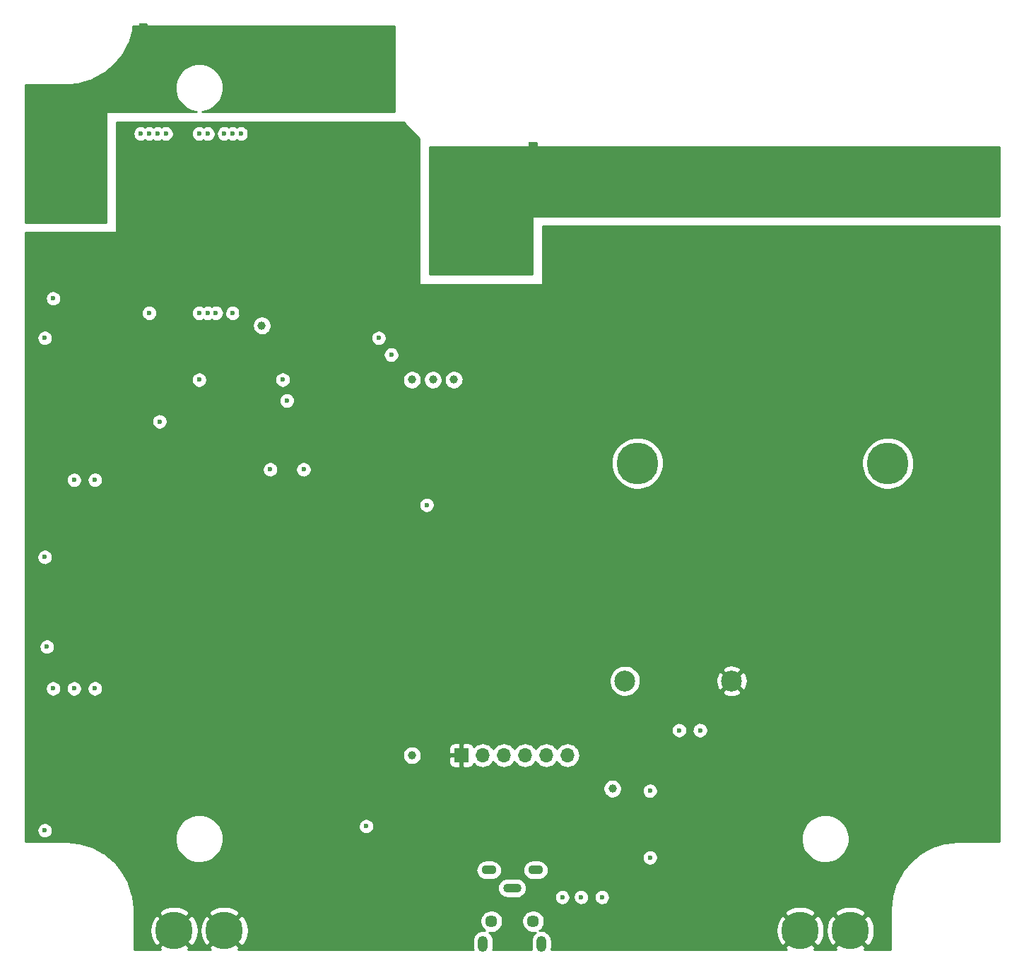
<source format=gbr>
G04 #@! TF.FileFunction,Copper,L2,Inr,Signal*
%FSLAX46Y46*%
G04 Gerber Fmt 4.6, Leading zero omitted, Abs format (unit mm)*
G04 Created by KiCad (PCBNEW 4.0.7-e2-6376~61~ubuntu18.04.1) date Thu Aug  9 16:35:42 2018*
%MOMM*%
%LPD*%
G01*
G04 APERTURE LIST*
%ADD10C,0.100000*%
%ADD11O,1.800000X1.100000*%
%ADD12O,2.200000X1.100000*%
%ADD13R,1.700000X1.700000*%
%ADD14O,1.700000X1.700000*%
%ADD15C,1.000000*%
%ADD16R,0.900000X0.500000*%
%ADD17C,1.450000*%
%ADD18O,1.200000X1.900000*%
%ADD19R,1.000000X1.000000*%
%ADD20C,4.500000*%
%ADD21C,2.500000*%
%ADD22C,5.000000*%
%ADD23C,0.600000*%
%ADD24C,0.254000*%
G04 APERTURE END LIST*
D10*
D11*
X152200000Y-128750000D03*
X157800000Y-128750000D03*
D12*
X155000000Y-130900000D03*
D13*
X148920000Y-115000000D03*
D14*
X151460000Y-115000000D03*
X154000000Y-115000000D03*
X156540000Y-115000000D03*
X159080000Y-115000000D03*
X161620000Y-115000000D03*
D15*
X143000000Y-115000000D03*
X167000000Y-119000000D03*
X145500000Y-70000000D03*
X148000000Y-70000000D03*
X143000000Y-70000000D03*
D16*
X110750000Y-27500000D03*
D15*
X125000000Y-63500000D03*
D17*
X152500000Y-134900000D03*
X157500000Y-134900000D03*
D18*
X151500000Y-137600000D03*
X158500000Y-137600000D03*
D19*
X157500000Y-42000000D03*
D20*
X189500000Y-136000000D03*
X195500000Y-136000000D03*
X114500000Y-136000000D03*
X120500000Y-136000000D03*
D21*
X168500000Y-106100000D03*
X181300000Y-106100000D03*
D22*
X170000000Y-80000000D03*
X200000000Y-80000000D03*
D23*
X100000000Y-49500000D03*
X103000000Y-49500000D03*
X103000000Y-47500000D03*
X109500000Y-37250000D03*
X99500000Y-43500000D03*
X102500000Y-43500000D03*
X116500000Y-30000000D03*
X166500000Y-49250000D03*
X159750000Y-49250000D03*
X151750000Y-55500000D03*
X149250000Y-50500000D03*
X149250000Y-48250000D03*
X127500000Y-70000000D03*
X126000000Y-79250000D03*
X146750000Y-123750000D03*
X151750000Y-123750000D03*
X163250000Y-123750000D03*
X158250000Y-123750000D03*
X132000000Y-82250000D03*
X157500000Y-131000000D03*
X156250000Y-133000000D03*
X137500000Y-129000000D03*
X137500000Y-118500000D03*
X121000000Y-83000000D03*
X117500000Y-84500000D03*
X141000000Y-40500000D03*
X140000000Y-40500000D03*
X133000000Y-40500000D03*
X132000000Y-40500000D03*
X123500000Y-40500000D03*
X108500000Y-40500000D03*
X109500000Y-62000000D03*
X108500000Y-62000000D03*
X122500000Y-62000000D03*
X141000000Y-62000000D03*
X140000000Y-62000000D03*
X132000000Y-62000000D03*
X133000000Y-62000000D03*
X100000000Y-54750000D03*
X99000000Y-70000000D03*
X99000000Y-75000000D03*
X198000000Y-117000000D03*
X182500000Y-120000000D03*
X177500000Y-120000000D03*
X123000000Y-92000000D03*
X102500000Y-91000000D03*
X107500000Y-91000000D03*
X123000000Y-117000000D03*
X102500000Y-116000000D03*
X107500000Y-116000000D03*
X151750000Y-60750000D03*
X140500000Y-77500000D03*
X150000000Y-82500000D03*
X128000000Y-72500000D03*
X112750000Y-75000000D03*
X99250000Y-102000000D03*
X171500000Y-127250000D03*
X137500000Y-123500000D03*
X100000000Y-60250000D03*
X117500000Y-70000000D03*
X121500000Y-62000000D03*
X99000000Y-65000000D03*
X99000000Y-124000000D03*
X139000000Y-65000000D03*
X161000000Y-132000000D03*
X140500000Y-67000000D03*
X121500000Y-40500000D03*
X122500000Y-40500000D03*
X165750000Y-132000000D03*
X120500000Y-40500000D03*
X163250000Y-132000000D03*
X171500000Y-119250000D03*
X113500000Y-40500000D03*
X99000000Y-91250000D03*
X112500000Y-40500000D03*
X118500000Y-40500000D03*
X177500000Y-112000000D03*
X117500000Y-40500000D03*
X175000000Y-112000000D03*
X111500000Y-40500000D03*
X105000000Y-82000000D03*
X110500000Y-40500000D03*
X102500000Y-82000000D03*
X111500000Y-62000000D03*
X144750000Y-85000000D03*
X100000000Y-107000000D03*
X119500000Y-62000000D03*
X130000000Y-80750000D03*
X102500000Y-107000000D03*
X117500000Y-62000000D03*
X126000000Y-80750000D03*
X105000000Y-107000000D03*
X118500000Y-62000000D03*
D24*
G36*
X111123000Y-27500000D02*
X111128028Y-27535381D01*
X111142714Y-27567961D01*
X111165895Y-27595160D01*
X111195736Y-27614823D01*
X111229873Y-27625395D01*
X111250000Y-27627000D01*
X140873000Y-27627000D01*
X140873000Y-37873000D01*
X117821171Y-37873000D01*
X118279588Y-37792169D01*
X118807076Y-37587570D01*
X119284777Y-37284411D01*
X119694498Y-36894240D01*
X120020630Y-36431917D01*
X120250753Y-35915054D01*
X120376100Y-35363336D01*
X120385123Y-34717111D01*
X120275230Y-34162109D01*
X120059629Y-33639021D01*
X119746532Y-33167773D01*
X119347866Y-32766314D01*
X118878815Y-32449935D01*
X118357246Y-32230687D01*
X117803024Y-32116922D01*
X117237260Y-32112972D01*
X116681504Y-32218988D01*
X116156924Y-32430932D01*
X115683501Y-32740731D01*
X115279269Y-33136585D01*
X114959623Y-33603416D01*
X114736739Y-34123442D01*
X114619108Y-34676856D01*
X114611208Y-35242579D01*
X114713342Y-35799061D01*
X114921618Y-36325108D01*
X115228105Y-36800682D01*
X115621127Y-37207668D01*
X116085715Y-37530565D01*
X116604172Y-37757074D01*
X117131436Y-37873000D01*
X106500000Y-37873000D01*
X106464619Y-37878028D01*
X106432039Y-37892714D01*
X106404840Y-37915895D01*
X106385177Y-37945736D01*
X106374605Y-37979873D01*
X106373000Y-38000000D01*
X106373000Y-51123000D01*
X96685000Y-51123000D01*
X96685000Y-34685000D01*
X101500000Y-34685000D01*
X101500123Y-34684988D01*
X101502394Y-34684996D01*
X101554753Y-34684813D01*
X101584522Y-34681789D01*
X101614442Y-34681998D01*
X101623961Y-34681064D01*
X103079687Y-34528061D01*
X103140481Y-34515582D01*
X103201488Y-34503944D01*
X103210644Y-34501180D01*
X104608927Y-34068340D01*
X104666193Y-34044268D01*
X104723725Y-34021023D01*
X104732170Y-34016533D01*
X106019750Y-33320341D01*
X106071239Y-33285611D01*
X106123170Y-33251628D01*
X106130582Y-33245584D01*
X107258417Y-32312558D01*
X107302147Y-32268521D01*
X107346522Y-32225066D01*
X107352618Y-32217697D01*
X108277746Y-31083377D01*
X108312097Y-31031674D01*
X108347179Y-30980438D01*
X108351728Y-30972025D01*
X109038914Y-29679616D01*
X109062577Y-29622206D01*
X109087030Y-29565151D01*
X109089859Y-29556015D01*
X109512928Y-28154746D01*
X109524983Y-28093862D01*
X109537895Y-28033114D01*
X109538895Y-28023602D01*
X109577782Y-27627000D01*
X110250000Y-27627000D01*
X110285381Y-27621972D01*
X110317961Y-27607286D01*
X110345160Y-27584105D01*
X110364823Y-27554264D01*
X110375395Y-27520127D01*
X110377000Y-27500000D01*
X110377000Y-27377000D01*
X111123000Y-27377000D01*
X111123000Y-27500000D01*
X111123000Y-27500000D01*
G37*
X111123000Y-27500000D02*
X111128028Y-27535381D01*
X111142714Y-27567961D01*
X111165895Y-27595160D01*
X111195736Y-27614823D01*
X111229873Y-27625395D01*
X111250000Y-27627000D01*
X140873000Y-27627000D01*
X140873000Y-37873000D01*
X117821171Y-37873000D01*
X118279588Y-37792169D01*
X118807076Y-37587570D01*
X119284777Y-37284411D01*
X119694498Y-36894240D01*
X120020630Y-36431917D01*
X120250753Y-35915054D01*
X120376100Y-35363336D01*
X120385123Y-34717111D01*
X120275230Y-34162109D01*
X120059629Y-33639021D01*
X119746532Y-33167773D01*
X119347866Y-32766314D01*
X118878815Y-32449935D01*
X118357246Y-32230687D01*
X117803024Y-32116922D01*
X117237260Y-32112972D01*
X116681504Y-32218988D01*
X116156924Y-32430932D01*
X115683501Y-32740731D01*
X115279269Y-33136585D01*
X114959623Y-33603416D01*
X114736739Y-34123442D01*
X114619108Y-34676856D01*
X114611208Y-35242579D01*
X114713342Y-35799061D01*
X114921618Y-36325108D01*
X115228105Y-36800682D01*
X115621127Y-37207668D01*
X116085715Y-37530565D01*
X116604172Y-37757074D01*
X117131436Y-37873000D01*
X106500000Y-37873000D01*
X106464619Y-37878028D01*
X106432039Y-37892714D01*
X106404840Y-37915895D01*
X106385177Y-37945736D01*
X106374605Y-37979873D01*
X106373000Y-38000000D01*
X106373000Y-51123000D01*
X96685000Y-51123000D01*
X96685000Y-34685000D01*
X101500000Y-34685000D01*
X101500123Y-34684988D01*
X101502394Y-34684996D01*
X101554753Y-34684813D01*
X101584522Y-34681789D01*
X101614442Y-34681998D01*
X101623961Y-34681064D01*
X103079687Y-34528061D01*
X103140481Y-34515582D01*
X103201488Y-34503944D01*
X103210644Y-34501180D01*
X104608927Y-34068340D01*
X104666193Y-34044268D01*
X104723725Y-34021023D01*
X104732170Y-34016533D01*
X106019750Y-33320341D01*
X106071239Y-33285611D01*
X106123170Y-33251628D01*
X106130582Y-33245584D01*
X107258417Y-32312558D01*
X107302147Y-32268521D01*
X107346522Y-32225066D01*
X107352618Y-32217697D01*
X108277746Y-31083377D01*
X108312097Y-31031674D01*
X108347179Y-30980438D01*
X108351728Y-30972025D01*
X109038914Y-29679616D01*
X109062577Y-29622206D01*
X109087030Y-29565151D01*
X109089859Y-29556015D01*
X109512928Y-28154746D01*
X109524983Y-28093862D01*
X109537895Y-28033114D01*
X109538895Y-28023602D01*
X109577782Y-27627000D01*
X110250000Y-27627000D01*
X110285381Y-27621972D01*
X110317961Y-27607286D01*
X110345160Y-27584105D01*
X110364823Y-27554264D01*
X110375395Y-27520127D01*
X110377000Y-27500000D01*
X110377000Y-27377000D01*
X111123000Y-27377000D01*
X111123000Y-27500000D01*
G36*
X157873000Y-42000000D02*
X157883006Y-42049410D01*
X157911447Y-42091035D01*
X157953841Y-42118315D01*
X158000000Y-42127000D01*
X213315000Y-42127000D01*
X213315000Y-50373000D01*
X157500000Y-50373000D01*
X157450590Y-50383006D01*
X157408965Y-50411447D01*
X157381685Y-50453841D01*
X157373000Y-50500000D01*
X157373000Y-57373000D01*
X145127000Y-57373000D01*
X145127000Y-42127000D01*
X157000000Y-42127000D01*
X157049410Y-42116994D01*
X157091035Y-42088553D01*
X157118315Y-42046159D01*
X157127000Y-42000000D01*
X157127000Y-41627000D01*
X157873000Y-41627000D01*
X157873000Y-42000000D01*
X157873000Y-42000000D01*
G37*
X157873000Y-42000000D02*
X157883006Y-42049410D01*
X157911447Y-42091035D01*
X157953841Y-42118315D01*
X158000000Y-42127000D01*
X213315000Y-42127000D01*
X213315000Y-50373000D01*
X157500000Y-50373000D01*
X157450590Y-50383006D01*
X157408965Y-50411447D01*
X157381685Y-50453841D01*
X157373000Y-50500000D01*
X157373000Y-57373000D01*
X145127000Y-57373000D01*
X145127000Y-42127000D01*
X157000000Y-42127000D01*
X157049410Y-42116994D01*
X157091035Y-42088553D01*
X157118315Y-42046159D01*
X157127000Y-42000000D01*
X157127000Y-41627000D01*
X157873000Y-41627000D01*
X157873000Y-42000000D01*
G36*
X143873000Y-41052606D02*
X143873000Y-58500000D01*
X143878028Y-58535381D01*
X143892714Y-58567961D01*
X143915895Y-58595160D01*
X143945736Y-58614823D01*
X143979873Y-58625395D01*
X144000000Y-58627000D01*
X158500000Y-58627000D01*
X158535381Y-58621972D01*
X158567961Y-58607286D01*
X158595160Y-58584105D01*
X158614823Y-58554264D01*
X158625395Y-58520127D01*
X158627000Y-58500000D01*
X158627000Y-51627000D01*
X213315000Y-51627000D01*
X213315000Y-125315000D01*
X208500000Y-125315000D01*
X208499877Y-125315012D01*
X208497606Y-125315004D01*
X208445247Y-125315187D01*
X208415478Y-125318211D01*
X208385558Y-125318002D01*
X208376039Y-125318935D01*
X206920314Y-125471939D01*
X206859520Y-125484418D01*
X206798513Y-125496056D01*
X206789357Y-125498820D01*
X205391073Y-125931660D01*
X205333807Y-125955732D01*
X205276275Y-125978977D01*
X205267835Y-125983465D01*
X205267830Y-125983467D01*
X205267826Y-125983470D01*
X203980250Y-126679659D01*
X203928787Y-126714371D01*
X203876830Y-126748371D01*
X203869418Y-126754416D01*
X202741584Y-127687441D01*
X202697836Y-127731495D01*
X202653478Y-127774934D01*
X202647382Y-127782303D01*
X201722254Y-128916623D01*
X201687903Y-128968326D01*
X201652821Y-129019562D01*
X201648272Y-129027975D01*
X200961086Y-130320384D01*
X200937418Y-130377806D01*
X200912970Y-130434849D01*
X200910141Y-130443985D01*
X200487072Y-131845255D01*
X200475007Y-131906188D01*
X200462105Y-131966886D01*
X200461105Y-131976398D01*
X200318269Y-133433156D01*
X200318269Y-133461889D01*
X200315067Y-133490436D01*
X200315000Y-133500000D01*
X200315000Y-138315000D01*
X197164016Y-138315000D01*
X197345735Y-138025340D01*
X195500000Y-136179605D01*
X193654265Y-138025340D01*
X193835984Y-138315000D01*
X191164016Y-138315000D01*
X191345735Y-138025340D01*
X189500000Y-136179605D01*
X187654265Y-138025340D01*
X187835984Y-138315000D01*
X159676113Y-138315000D01*
X159708012Y-138214440D01*
X159734880Y-137974912D01*
X159735000Y-137957669D01*
X159735000Y-137242331D01*
X159711480Y-137002452D01*
X159641814Y-136771709D01*
X159528658Y-136558892D01*
X159376320Y-136372108D01*
X159190603Y-136218470D01*
X158978582Y-136103830D01*
X158748331Y-136032556D01*
X158564166Y-136013199D01*
X186601072Y-136013199D01*
X186659348Y-136578498D01*
X186826790Y-137121566D01*
X187082296Y-137599584D01*
X187474660Y-137845735D01*
X189320395Y-136000000D01*
X189679605Y-136000000D01*
X191525340Y-137845735D01*
X191917704Y-137599584D01*
X192183312Y-137097178D01*
X192345801Y-136552607D01*
X192396449Y-136013199D01*
X192601072Y-136013199D01*
X192659348Y-136578498D01*
X192826790Y-137121566D01*
X193082296Y-137599584D01*
X193474660Y-137845735D01*
X195320395Y-136000000D01*
X195679605Y-136000000D01*
X197525340Y-137845735D01*
X197917704Y-137599584D01*
X198183312Y-137097178D01*
X198345801Y-136552607D01*
X198398928Y-135986801D01*
X198340652Y-135421502D01*
X198173210Y-134878434D01*
X197917704Y-134400416D01*
X197525340Y-134154265D01*
X195679605Y-136000000D01*
X195320395Y-136000000D01*
X193474660Y-134154265D01*
X193082296Y-134400416D01*
X192816688Y-134902822D01*
X192654199Y-135447393D01*
X192601072Y-136013199D01*
X192396449Y-136013199D01*
X192398928Y-135986801D01*
X192340652Y-135421502D01*
X192173210Y-134878434D01*
X191917704Y-134400416D01*
X191525340Y-134154265D01*
X189679605Y-136000000D01*
X189320395Y-136000000D01*
X187474660Y-134154265D01*
X187082296Y-134400416D01*
X186816688Y-134902822D01*
X186654199Y-135447393D01*
X186601072Y-136013199D01*
X158564166Y-136013199D01*
X158508622Y-136007361D01*
X158268584Y-136029206D01*
X158250521Y-136034522D01*
X158341351Y-135976880D01*
X158534494Y-135792952D01*
X158688234Y-135575011D01*
X158796715Y-135331360D01*
X158855804Y-135071278D01*
X158860058Y-134766645D01*
X158808254Y-134505015D01*
X158706619Y-134258430D01*
X158559024Y-134036281D01*
X158497832Y-133974660D01*
X187654265Y-133974660D01*
X189500000Y-135820395D01*
X191345735Y-133974660D01*
X193654265Y-133974660D01*
X195500000Y-135820395D01*
X197345735Y-133974660D01*
X197099584Y-133582296D01*
X196597178Y-133316688D01*
X196052607Y-133154199D01*
X195486801Y-133101072D01*
X194921502Y-133159348D01*
X194378434Y-133326790D01*
X193900416Y-133582296D01*
X193654265Y-133974660D01*
X191345735Y-133974660D01*
X191099584Y-133582296D01*
X190597178Y-133316688D01*
X190052607Y-133154199D01*
X189486801Y-133101072D01*
X188921502Y-133159348D01*
X188378434Y-133326790D01*
X187900416Y-133582296D01*
X187654265Y-133974660D01*
X158497832Y-133974660D01*
X158371091Y-133847032D01*
X158149979Y-133697890D01*
X157904109Y-133594536D01*
X157642847Y-133540906D01*
X157376143Y-133539044D01*
X157114158Y-133589021D01*
X156866869Y-133688932D01*
X156643696Y-133834972D01*
X156453139Y-134021579D01*
X156302457Y-134241645D01*
X156197389Y-134486787D01*
X156141937Y-134747669D01*
X156138213Y-135014352D01*
X156186359Y-135276680D01*
X156284541Y-135524661D01*
X156429020Y-135748848D01*
X156614292Y-135940703D01*
X156833301Y-136092918D01*
X157077704Y-136199695D01*
X157338192Y-136256967D01*
X157604843Y-136262552D01*
X157799823Y-136228172D01*
X157635916Y-136359957D01*
X157480985Y-136544597D01*
X157364868Y-136755813D01*
X157291988Y-136985560D01*
X157265120Y-137225088D01*
X157265000Y-137242331D01*
X157265000Y-137957669D01*
X157288520Y-138197548D01*
X157323981Y-138315000D01*
X152676113Y-138315000D01*
X152708012Y-138214440D01*
X152734880Y-137974912D01*
X152735000Y-137957669D01*
X152735000Y-137242331D01*
X152711480Y-137002452D01*
X152641814Y-136771709D01*
X152528658Y-136558892D01*
X152376320Y-136372108D01*
X152200559Y-136226706D01*
X152338192Y-136256967D01*
X152604843Y-136262552D01*
X152867500Y-136216239D01*
X153116160Y-136119790D01*
X153341351Y-135976880D01*
X153534494Y-135792952D01*
X153688234Y-135575011D01*
X153796715Y-135331360D01*
X153855804Y-135071278D01*
X153860058Y-134766645D01*
X153808254Y-134505015D01*
X153706619Y-134258430D01*
X153559024Y-134036281D01*
X153371091Y-133847032D01*
X153149979Y-133697890D01*
X152904109Y-133594536D01*
X152642847Y-133540906D01*
X152376143Y-133539044D01*
X152114158Y-133589021D01*
X151866869Y-133688932D01*
X151643696Y-133834972D01*
X151453139Y-134021579D01*
X151302457Y-134241645D01*
X151197389Y-134486787D01*
X151141937Y-134747669D01*
X151138213Y-135014352D01*
X151186359Y-135276680D01*
X151284541Y-135524661D01*
X151429020Y-135748848D01*
X151614292Y-135940703D01*
X151746116Y-136032323D01*
X151508622Y-136007361D01*
X151268584Y-136029206D01*
X151037361Y-136097259D01*
X150823759Y-136208927D01*
X150635916Y-136359957D01*
X150480985Y-136544597D01*
X150364868Y-136755813D01*
X150291988Y-136985560D01*
X150265120Y-137225088D01*
X150265000Y-137242331D01*
X150265000Y-137957669D01*
X150288520Y-138197548D01*
X150323981Y-138315000D01*
X122164016Y-138315000D01*
X122345735Y-138025340D01*
X120500000Y-136179605D01*
X118654265Y-138025340D01*
X118835984Y-138315000D01*
X116164016Y-138315000D01*
X116345735Y-138025340D01*
X114500000Y-136179605D01*
X112654265Y-138025340D01*
X112835984Y-138315000D01*
X109685000Y-138315000D01*
X109685000Y-136013199D01*
X111601072Y-136013199D01*
X111659348Y-136578498D01*
X111826790Y-137121566D01*
X112082296Y-137599584D01*
X112474660Y-137845735D01*
X114320395Y-136000000D01*
X114679605Y-136000000D01*
X116525340Y-137845735D01*
X116917704Y-137599584D01*
X117183312Y-137097178D01*
X117345801Y-136552607D01*
X117396449Y-136013199D01*
X117601072Y-136013199D01*
X117659348Y-136578498D01*
X117826790Y-137121566D01*
X118082296Y-137599584D01*
X118474660Y-137845735D01*
X120320395Y-136000000D01*
X120679605Y-136000000D01*
X122525340Y-137845735D01*
X122917704Y-137599584D01*
X123183312Y-137097178D01*
X123345801Y-136552607D01*
X123398928Y-135986801D01*
X123340652Y-135421502D01*
X123173210Y-134878434D01*
X122917704Y-134400416D01*
X122525340Y-134154265D01*
X120679605Y-136000000D01*
X120320395Y-136000000D01*
X118474660Y-134154265D01*
X118082296Y-134400416D01*
X117816688Y-134902822D01*
X117654199Y-135447393D01*
X117601072Y-136013199D01*
X117396449Y-136013199D01*
X117398928Y-135986801D01*
X117340652Y-135421502D01*
X117173210Y-134878434D01*
X116917704Y-134400416D01*
X116525340Y-134154265D01*
X114679605Y-136000000D01*
X114320395Y-136000000D01*
X112474660Y-134154265D01*
X112082296Y-134400416D01*
X111816688Y-134902822D01*
X111654199Y-135447393D01*
X111601072Y-136013199D01*
X109685000Y-136013199D01*
X109685000Y-133974660D01*
X112654265Y-133974660D01*
X114500000Y-135820395D01*
X116345735Y-133974660D01*
X118654265Y-133974660D01*
X120500000Y-135820395D01*
X122345735Y-133974660D01*
X122099584Y-133582296D01*
X121597178Y-133316688D01*
X121052607Y-133154199D01*
X120486801Y-133101072D01*
X119921502Y-133159348D01*
X119378434Y-133326790D01*
X118900416Y-133582296D01*
X118654265Y-133974660D01*
X116345735Y-133974660D01*
X116099584Y-133582296D01*
X115597178Y-133316688D01*
X115052607Y-133154199D01*
X114486801Y-133101072D01*
X113921502Y-133159348D01*
X113378434Y-133326790D01*
X112900416Y-133582296D01*
X112654265Y-133974660D01*
X109685000Y-133974660D01*
X109685000Y-133500000D01*
X109684988Y-133499877D01*
X109684996Y-133497606D01*
X109684813Y-133445247D01*
X109681789Y-133415478D01*
X109681998Y-133385558D01*
X109681065Y-133376039D01*
X109528061Y-131920314D01*
X109515582Y-131859520D01*
X109503944Y-131798513D01*
X109501180Y-131789357D01*
X109223318Y-130891727D01*
X153256634Y-130891727D01*
X153277595Y-131122047D01*
X153342892Y-131343909D01*
X153450039Y-131548862D01*
X153594955Y-131729101D01*
X153772119Y-131877759D01*
X153974784Y-131989175D01*
X154195230Y-132059105D01*
X154425060Y-132084884D01*
X154441605Y-132085000D01*
X155558395Y-132085000D01*
X155623494Y-132078617D01*
X160063771Y-132078617D01*
X160096872Y-132258968D01*
X160164372Y-132429454D01*
X160263701Y-132583583D01*
X160391076Y-132715484D01*
X160541644Y-132820131D01*
X160709671Y-132893540D01*
X160888757Y-132932915D01*
X161072079Y-132936755D01*
X161252657Y-132904914D01*
X161423610Y-132838606D01*
X161578429Y-132740355D01*
X161711215Y-132613904D01*
X161816911Y-132464070D01*
X161891492Y-132296560D01*
X161932116Y-132117754D01*
X161932662Y-132078617D01*
X162313771Y-132078617D01*
X162346872Y-132258968D01*
X162414372Y-132429454D01*
X162513701Y-132583583D01*
X162641076Y-132715484D01*
X162791644Y-132820131D01*
X162959671Y-132893540D01*
X163138757Y-132932915D01*
X163322079Y-132936755D01*
X163502657Y-132904914D01*
X163673610Y-132838606D01*
X163828429Y-132740355D01*
X163961215Y-132613904D01*
X164066911Y-132464070D01*
X164141492Y-132296560D01*
X164182116Y-132117754D01*
X164182662Y-132078617D01*
X164813771Y-132078617D01*
X164846872Y-132258968D01*
X164914372Y-132429454D01*
X165013701Y-132583583D01*
X165141076Y-132715484D01*
X165291644Y-132820131D01*
X165459671Y-132893540D01*
X165638757Y-132932915D01*
X165822079Y-132936755D01*
X166002657Y-132904914D01*
X166173610Y-132838606D01*
X166328429Y-132740355D01*
X166461215Y-132613904D01*
X166566911Y-132464070D01*
X166641492Y-132296560D01*
X166682116Y-132117754D01*
X166685040Y-131908319D01*
X166649425Y-131728448D01*
X166579550Y-131558920D01*
X166478079Y-131406193D01*
X166348875Y-131276084D01*
X166196860Y-131173549D01*
X166027825Y-131102493D01*
X165848207Y-131065623D01*
X165664849Y-131064343D01*
X165484733Y-131098701D01*
X165314722Y-131167390D01*
X165161291Y-131267793D01*
X165030283Y-131396086D01*
X164926689Y-131547381D01*
X164854454Y-131715916D01*
X164816331Y-131895272D01*
X164813771Y-132078617D01*
X164182662Y-132078617D01*
X164185040Y-131908319D01*
X164149425Y-131728448D01*
X164079550Y-131558920D01*
X163978079Y-131406193D01*
X163848875Y-131276084D01*
X163696860Y-131173549D01*
X163527825Y-131102493D01*
X163348207Y-131065623D01*
X163164849Y-131064343D01*
X162984733Y-131098701D01*
X162814722Y-131167390D01*
X162661291Y-131267793D01*
X162530283Y-131396086D01*
X162426689Y-131547381D01*
X162354454Y-131715916D01*
X162316331Y-131895272D01*
X162313771Y-132078617D01*
X161932662Y-132078617D01*
X161935040Y-131908319D01*
X161899425Y-131728448D01*
X161829550Y-131558920D01*
X161728079Y-131406193D01*
X161598875Y-131276084D01*
X161446860Y-131173549D01*
X161277825Y-131102493D01*
X161098207Y-131065623D01*
X160914849Y-131064343D01*
X160734733Y-131098701D01*
X160564722Y-131167390D01*
X160411291Y-131267793D01*
X160280283Y-131396086D01*
X160176689Y-131547381D01*
X160104454Y-131715916D01*
X160066331Y-131895272D01*
X160063771Y-132078617D01*
X155623494Y-132078617D01*
X155788563Y-132062432D01*
X156009963Y-131995587D01*
X156214164Y-131887012D01*
X156393387Y-131740841D01*
X156540805Y-131562644D01*
X156650803Y-131359206D01*
X156719192Y-131138277D01*
X156743366Y-130908273D01*
X156722405Y-130677953D01*
X156657108Y-130456091D01*
X156549961Y-130251138D01*
X156405045Y-130070899D01*
X156227881Y-129922241D01*
X156025216Y-129810825D01*
X155804770Y-129740895D01*
X155574940Y-129715116D01*
X155558395Y-129715000D01*
X154441605Y-129715000D01*
X154211437Y-129737568D01*
X153990037Y-129804413D01*
X153785836Y-129912988D01*
X153606613Y-130059159D01*
X153459195Y-130237356D01*
X153349197Y-130440794D01*
X153280808Y-130661723D01*
X153256634Y-130891727D01*
X109223318Y-130891727D01*
X109068340Y-130391073D01*
X109044268Y-130333807D01*
X109021023Y-130276275D01*
X109016533Y-130267831D01*
X109016533Y-130267830D01*
X109016530Y-130267826D01*
X108320341Y-128980250D01*
X108285629Y-128928787D01*
X108251629Y-128876830D01*
X108245584Y-128869418D01*
X108139949Y-128741727D01*
X150657602Y-128741727D01*
X150678563Y-128972047D01*
X150743860Y-129193909D01*
X150851007Y-129398862D01*
X150995923Y-129579101D01*
X151173087Y-129727759D01*
X151375752Y-129839175D01*
X151596198Y-129909105D01*
X151826028Y-129934884D01*
X151842573Y-129935000D01*
X152557427Y-129935000D01*
X152787595Y-129912432D01*
X153008995Y-129845587D01*
X153213196Y-129737012D01*
X153392419Y-129590841D01*
X153539837Y-129412644D01*
X153649835Y-129209206D01*
X153718224Y-128988277D01*
X153742398Y-128758273D01*
X153740893Y-128741727D01*
X156257602Y-128741727D01*
X156278563Y-128972047D01*
X156343860Y-129193909D01*
X156451007Y-129398862D01*
X156595923Y-129579101D01*
X156773087Y-129727759D01*
X156975752Y-129839175D01*
X157196198Y-129909105D01*
X157426028Y-129934884D01*
X157442573Y-129935000D01*
X158157427Y-129935000D01*
X158387595Y-129912432D01*
X158608995Y-129845587D01*
X158813196Y-129737012D01*
X158992419Y-129590841D01*
X159139837Y-129412644D01*
X159249835Y-129209206D01*
X159318224Y-128988277D01*
X159342398Y-128758273D01*
X159321437Y-128527953D01*
X159256140Y-128306091D01*
X159148993Y-128101138D01*
X159004077Y-127920899D01*
X158826913Y-127772241D01*
X158624248Y-127660825D01*
X158403802Y-127590895D01*
X158173972Y-127565116D01*
X158157427Y-127565000D01*
X157442573Y-127565000D01*
X157212405Y-127587568D01*
X156991005Y-127654413D01*
X156786804Y-127762988D01*
X156607581Y-127909159D01*
X156460163Y-128087356D01*
X156350165Y-128290794D01*
X156281776Y-128511723D01*
X156257602Y-128741727D01*
X153740893Y-128741727D01*
X153721437Y-128527953D01*
X153656140Y-128306091D01*
X153548993Y-128101138D01*
X153404077Y-127920899D01*
X153226913Y-127772241D01*
X153024248Y-127660825D01*
X152803802Y-127590895D01*
X152573972Y-127565116D01*
X152557427Y-127565000D01*
X151842573Y-127565000D01*
X151612405Y-127587568D01*
X151391005Y-127654413D01*
X151186804Y-127762988D01*
X151007581Y-127909159D01*
X150860163Y-128087356D01*
X150750165Y-128290794D01*
X150681776Y-128511723D01*
X150657602Y-128741727D01*
X108139949Y-128741727D01*
X107312559Y-127741584D01*
X107268505Y-127697836D01*
X107225066Y-127653478D01*
X107217697Y-127647382D01*
X106083377Y-126722254D01*
X106031674Y-126687903D01*
X105980438Y-126652821D01*
X105972025Y-126648272D01*
X104679616Y-125961086D01*
X104622194Y-125937418D01*
X104565151Y-125912970D01*
X104556015Y-125910141D01*
X103154745Y-125487072D01*
X103093812Y-125475007D01*
X103033114Y-125462105D01*
X103023602Y-125461105D01*
X101566844Y-125318269D01*
X101538111Y-125318269D01*
X101509564Y-125315067D01*
X101500000Y-125315000D01*
X96685000Y-125315000D01*
X96685000Y-125242579D01*
X114611208Y-125242579D01*
X114713342Y-125799061D01*
X114921618Y-126325108D01*
X115228105Y-126800682D01*
X115621127Y-127207668D01*
X116085715Y-127530565D01*
X116604172Y-127757074D01*
X117156752Y-127878566D01*
X117722405Y-127890415D01*
X118279588Y-127792169D01*
X118807076Y-127587570D01*
X119215119Y-127328617D01*
X170563771Y-127328617D01*
X170596872Y-127508968D01*
X170664372Y-127679454D01*
X170763701Y-127833583D01*
X170891076Y-127965484D01*
X171041644Y-128070131D01*
X171209671Y-128143540D01*
X171388757Y-128182915D01*
X171572079Y-128186755D01*
X171752657Y-128154914D01*
X171923610Y-128088606D01*
X172078429Y-127990355D01*
X172211215Y-127863904D01*
X172316911Y-127714070D01*
X172391492Y-127546560D01*
X172432116Y-127367754D01*
X172435040Y-127158319D01*
X172399425Y-126978448D01*
X172329550Y-126808920D01*
X172228079Y-126656193D01*
X172098875Y-126526084D01*
X171946860Y-126423549D01*
X171777825Y-126352493D01*
X171598207Y-126315623D01*
X171414849Y-126314343D01*
X171234733Y-126348701D01*
X171064722Y-126417390D01*
X170911291Y-126517793D01*
X170780283Y-126646086D01*
X170676689Y-126797381D01*
X170604454Y-126965916D01*
X170566331Y-127145272D01*
X170563771Y-127328617D01*
X119215119Y-127328617D01*
X119284777Y-127284411D01*
X119694498Y-126894240D01*
X120020630Y-126431917D01*
X120250753Y-125915054D01*
X120376100Y-125363336D01*
X120377786Y-125242579D01*
X189611208Y-125242579D01*
X189713342Y-125799061D01*
X189921618Y-126325108D01*
X190228105Y-126800682D01*
X190621127Y-127207668D01*
X191085715Y-127530565D01*
X191604172Y-127757074D01*
X192156752Y-127878566D01*
X192722405Y-127890415D01*
X193279588Y-127792169D01*
X193807076Y-127587570D01*
X194284777Y-127284411D01*
X194694498Y-126894240D01*
X195020630Y-126431917D01*
X195250753Y-125915054D01*
X195376100Y-125363336D01*
X195385123Y-124717111D01*
X195275230Y-124162109D01*
X195059629Y-123639021D01*
X194746532Y-123167773D01*
X194347866Y-122766314D01*
X193878815Y-122449935D01*
X193357246Y-122230687D01*
X192803024Y-122116922D01*
X192237260Y-122112972D01*
X191681504Y-122218988D01*
X191156924Y-122430932D01*
X190683501Y-122740731D01*
X190279269Y-123136585D01*
X189959623Y-123603416D01*
X189736739Y-124123442D01*
X189619108Y-124676856D01*
X189611208Y-125242579D01*
X120377786Y-125242579D01*
X120385123Y-124717111D01*
X120275230Y-124162109D01*
X120059629Y-123639021D01*
X120019497Y-123578617D01*
X136563771Y-123578617D01*
X136596872Y-123758968D01*
X136664372Y-123929454D01*
X136763701Y-124083583D01*
X136891076Y-124215484D01*
X137041644Y-124320131D01*
X137209671Y-124393540D01*
X137388757Y-124432915D01*
X137572079Y-124436755D01*
X137752657Y-124404914D01*
X137923610Y-124338606D01*
X138078429Y-124240355D01*
X138211215Y-124113904D01*
X138316911Y-123964070D01*
X138391492Y-123796560D01*
X138432116Y-123617754D01*
X138435040Y-123408319D01*
X138399425Y-123228448D01*
X138329550Y-123058920D01*
X138228079Y-122906193D01*
X138098875Y-122776084D01*
X137946860Y-122673549D01*
X137777825Y-122602493D01*
X137598207Y-122565623D01*
X137414849Y-122564343D01*
X137234733Y-122598701D01*
X137064722Y-122667390D01*
X136911291Y-122767793D01*
X136780283Y-122896086D01*
X136676689Y-123047381D01*
X136604454Y-123215916D01*
X136566331Y-123395272D01*
X136563771Y-123578617D01*
X120019497Y-123578617D01*
X119746532Y-123167773D01*
X119347866Y-122766314D01*
X118878815Y-122449935D01*
X118357246Y-122230687D01*
X117803024Y-122116922D01*
X117237260Y-122112972D01*
X116681504Y-122218988D01*
X116156924Y-122430932D01*
X115683501Y-122740731D01*
X115279269Y-123136585D01*
X114959623Y-123603416D01*
X114736739Y-124123442D01*
X114619108Y-124676856D01*
X114611208Y-125242579D01*
X96685000Y-125242579D01*
X96685000Y-124078617D01*
X98063771Y-124078617D01*
X98096872Y-124258968D01*
X98164372Y-124429454D01*
X98263701Y-124583583D01*
X98391076Y-124715484D01*
X98541644Y-124820131D01*
X98709671Y-124893540D01*
X98888757Y-124932915D01*
X99072079Y-124936755D01*
X99252657Y-124904914D01*
X99423610Y-124838606D01*
X99578429Y-124740355D01*
X99711215Y-124613904D01*
X99816911Y-124464070D01*
X99891492Y-124296560D01*
X99932116Y-124117754D01*
X99935040Y-123908319D01*
X99899425Y-123728448D01*
X99829550Y-123558920D01*
X99728079Y-123406193D01*
X99598875Y-123276084D01*
X99446860Y-123173549D01*
X99277825Y-123102493D01*
X99098207Y-123065623D01*
X98914849Y-123064343D01*
X98734733Y-123098701D01*
X98564722Y-123167390D01*
X98411291Y-123267793D01*
X98280283Y-123396086D01*
X98176689Y-123547381D01*
X98104454Y-123715916D01*
X98066331Y-123895272D01*
X98063771Y-124078617D01*
X96685000Y-124078617D01*
X96685000Y-119095434D01*
X165863508Y-119095434D01*
X165903689Y-119314362D01*
X165985628Y-119521317D01*
X166106204Y-119708414D01*
X166260824Y-119868528D01*
X166443600Y-119995561D01*
X166647569Y-120084672D01*
X166864961Y-120132469D01*
X167087497Y-120137131D01*
X167306701Y-120098479D01*
X167514222Y-120017987D01*
X167702157Y-119898720D01*
X167863347Y-119745221D01*
X167991652Y-119563337D01*
X168082186Y-119359995D01*
X168089314Y-119328617D01*
X170563771Y-119328617D01*
X170596872Y-119508968D01*
X170664372Y-119679454D01*
X170763701Y-119833583D01*
X170891076Y-119965484D01*
X171041644Y-120070131D01*
X171209671Y-120143540D01*
X171388757Y-120182915D01*
X171572079Y-120186755D01*
X171752657Y-120154914D01*
X171923610Y-120088606D01*
X172078429Y-119990355D01*
X172211215Y-119863904D01*
X172316911Y-119714070D01*
X172391492Y-119546560D01*
X172432116Y-119367754D01*
X172435040Y-119158319D01*
X172399425Y-118978448D01*
X172329550Y-118808920D01*
X172228079Y-118656193D01*
X172098875Y-118526084D01*
X171946860Y-118423549D01*
X171777825Y-118352493D01*
X171598207Y-118315623D01*
X171414849Y-118314343D01*
X171234733Y-118348701D01*
X171064722Y-118417390D01*
X170911291Y-118517793D01*
X170780283Y-118646086D01*
X170676689Y-118797381D01*
X170604454Y-118965916D01*
X170566331Y-119145272D01*
X170563771Y-119328617D01*
X168089314Y-119328617D01*
X168131499Y-119142942D01*
X168135049Y-118888707D01*
X168091815Y-118670362D01*
X168006995Y-118464571D01*
X167883818Y-118279176D01*
X167726977Y-118121236D01*
X167542446Y-117996768D01*
X167337253Y-117910513D01*
X167119214Y-117865756D01*
X166896634Y-117864202D01*
X166677992Y-117905910D01*
X166471615Y-117989292D01*
X166285363Y-118111171D01*
X166126332Y-118266906D01*
X166000579Y-118450564D01*
X165912894Y-118655150D01*
X165866616Y-118872871D01*
X165863508Y-119095434D01*
X96685000Y-119095434D01*
X96685000Y-115095434D01*
X141863508Y-115095434D01*
X141903689Y-115314362D01*
X141985628Y-115521317D01*
X142106204Y-115708414D01*
X142260824Y-115868528D01*
X142443600Y-115995561D01*
X142647569Y-116084672D01*
X142864961Y-116132469D01*
X143087497Y-116137131D01*
X143306701Y-116098479D01*
X143514222Y-116017987D01*
X143702157Y-115898720D01*
X143863347Y-115745221D01*
X143991652Y-115563337D01*
X144082186Y-115359995D01*
X144099053Y-115285750D01*
X147435000Y-115285750D01*
X147435000Y-115912542D01*
X147459403Y-116035223D01*
X147507270Y-116150785D01*
X147576763Y-116254789D01*
X147665211Y-116343237D01*
X147769215Y-116412730D01*
X147884777Y-116460597D01*
X148007458Y-116485000D01*
X148634250Y-116485000D01*
X148793000Y-116326250D01*
X148793000Y-115127000D01*
X147593750Y-115127000D01*
X147435000Y-115285750D01*
X144099053Y-115285750D01*
X144131499Y-115142942D01*
X144135049Y-114888707D01*
X144091815Y-114670362D01*
X144006995Y-114464571D01*
X143883818Y-114279176D01*
X143726977Y-114121236D01*
X143676900Y-114087458D01*
X147435000Y-114087458D01*
X147435000Y-114714250D01*
X147593750Y-114873000D01*
X148793000Y-114873000D01*
X148793000Y-113673750D01*
X149047000Y-113673750D01*
X149047000Y-114873000D01*
X149067000Y-114873000D01*
X149067000Y-115127000D01*
X149047000Y-115127000D01*
X149047000Y-116326250D01*
X149205750Y-116485000D01*
X149832542Y-116485000D01*
X149955223Y-116460597D01*
X150070785Y-116412730D01*
X150174789Y-116343237D01*
X150263237Y-116254789D01*
X150332730Y-116150785D01*
X150380597Y-116035223D01*
X150382701Y-116024647D01*
X150406287Y-116053567D01*
X150629599Y-116238306D01*
X150884539Y-116376152D01*
X151161399Y-116461854D01*
X151449633Y-116492149D01*
X151738261Y-116465882D01*
X152016291Y-116384053D01*
X152273131Y-116249780D01*
X152499000Y-116068177D01*
X152685294Y-115846161D01*
X152729498Y-115765753D01*
X152763112Y-115828971D01*
X152946287Y-116053567D01*
X153169599Y-116238306D01*
X153424539Y-116376152D01*
X153701399Y-116461854D01*
X153989633Y-116492149D01*
X154278261Y-116465882D01*
X154556291Y-116384053D01*
X154813131Y-116249780D01*
X155039000Y-116068177D01*
X155225294Y-115846161D01*
X155269498Y-115765753D01*
X155303112Y-115828971D01*
X155486287Y-116053567D01*
X155709599Y-116238306D01*
X155964539Y-116376152D01*
X156241399Y-116461854D01*
X156529633Y-116492149D01*
X156818261Y-116465882D01*
X157096291Y-116384053D01*
X157353131Y-116249780D01*
X157579000Y-116068177D01*
X157765294Y-115846161D01*
X157809498Y-115765753D01*
X157843112Y-115828971D01*
X158026287Y-116053567D01*
X158249599Y-116238306D01*
X158504539Y-116376152D01*
X158781399Y-116461854D01*
X159069633Y-116492149D01*
X159358261Y-116465882D01*
X159636291Y-116384053D01*
X159893131Y-116249780D01*
X160119000Y-116068177D01*
X160305294Y-115846161D01*
X160349498Y-115765753D01*
X160383112Y-115828971D01*
X160566287Y-116053567D01*
X160789599Y-116238306D01*
X161044539Y-116376152D01*
X161321399Y-116461854D01*
X161609633Y-116492149D01*
X161898261Y-116465882D01*
X162176291Y-116384053D01*
X162433131Y-116249780D01*
X162659000Y-116068177D01*
X162845294Y-115846161D01*
X162984916Y-115592189D01*
X163072549Y-115315934D01*
X163104855Y-115027919D01*
X163105000Y-115007185D01*
X163105000Y-114992815D01*
X163076718Y-114704377D01*
X162992951Y-114426925D01*
X162856888Y-114171029D01*
X162673713Y-113946433D01*
X162450401Y-113761694D01*
X162195461Y-113623848D01*
X161918601Y-113538146D01*
X161630367Y-113507851D01*
X161341739Y-113534118D01*
X161063709Y-113615947D01*
X160806869Y-113750220D01*
X160581000Y-113931823D01*
X160394706Y-114153839D01*
X160350502Y-114234247D01*
X160316888Y-114171029D01*
X160133713Y-113946433D01*
X159910401Y-113761694D01*
X159655461Y-113623848D01*
X159378601Y-113538146D01*
X159090367Y-113507851D01*
X158801739Y-113534118D01*
X158523709Y-113615947D01*
X158266869Y-113750220D01*
X158041000Y-113931823D01*
X157854706Y-114153839D01*
X157810502Y-114234247D01*
X157776888Y-114171029D01*
X157593713Y-113946433D01*
X157370401Y-113761694D01*
X157115461Y-113623848D01*
X156838601Y-113538146D01*
X156550367Y-113507851D01*
X156261739Y-113534118D01*
X155983709Y-113615947D01*
X155726869Y-113750220D01*
X155501000Y-113931823D01*
X155314706Y-114153839D01*
X155270502Y-114234247D01*
X155236888Y-114171029D01*
X155053713Y-113946433D01*
X154830401Y-113761694D01*
X154575461Y-113623848D01*
X154298601Y-113538146D01*
X154010367Y-113507851D01*
X153721739Y-113534118D01*
X153443709Y-113615947D01*
X153186869Y-113750220D01*
X152961000Y-113931823D01*
X152774706Y-114153839D01*
X152730502Y-114234247D01*
X152696888Y-114171029D01*
X152513713Y-113946433D01*
X152290401Y-113761694D01*
X152035461Y-113623848D01*
X151758601Y-113538146D01*
X151470367Y-113507851D01*
X151181739Y-113534118D01*
X150903709Y-113615947D01*
X150646869Y-113750220D01*
X150421000Y-113931823D01*
X150383041Y-113977061D01*
X150380597Y-113964777D01*
X150332730Y-113849215D01*
X150263237Y-113745211D01*
X150174789Y-113656763D01*
X150070785Y-113587270D01*
X149955223Y-113539403D01*
X149832542Y-113515000D01*
X149205750Y-113515000D01*
X149047000Y-113673750D01*
X148793000Y-113673750D01*
X148634250Y-113515000D01*
X148007458Y-113515000D01*
X147884777Y-113539403D01*
X147769215Y-113587270D01*
X147665211Y-113656763D01*
X147576763Y-113745211D01*
X147507270Y-113849215D01*
X147459403Y-113964777D01*
X147435000Y-114087458D01*
X143676900Y-114087458D01*
X143542446Y-113996768D01*
X143337253Y-113910513D01*
X143119214Y-113865756D01*
X142896634Y-113864202D01*
X142677992Y-113905910D01*
X142471615Y-113989292D01*
X142285363Y-114111171D01*
X142126332Y-114266906D01*
X142000579Y-114450564D01*
X141912894Y-114655150D01*
X141866616Y-114872871D01*
X141863508Y-115095434D01*
X96685000Y-115095434D01*
X96685000Y-112078617D01*
X174063771Y-112078617D01*
X174096872Y-112258968D01*
X174164372Y-112429454D01*
X174263701Y-112583583D01*
X174391076Y-112715484D01*
X174541644Y-112820131D01*
X174709671Y-112893540D01*
X174888757Y-112932915D01*
X175072079Y-112936755D01*
X175252657Y-112904914D01*
X175423610Y-112838606D01*
X175578429Y-112740355D01*
X175711215Y-112613904D01*
X175816911Y-112464070D01*
X175891492Y-112296560D01*
X175932116Y-112117754D01*
X175932662Y-112078617D01*
X176563771Y-112078617D01*
X176596872Y-112258968D01*
X176664372Y-112429454D01*
X176763701Y-112583583D01*
X176891076Y-112715484D01*
X177041644Y-112820131D01*
X177209671Y-112893540D01*
X177388757Y-112932915D01*
X177572079Y-112936755D01*
X177752657Y-112904914D01*
X177923610Y-112838606D01*
X178078429Y-112740355D01*
X178211215Y-112613904D01*
X178316911Y-112464070D01*
X178391492Y-112296560D01*
X178432116Y-112117754D01*
X178435040Y-111908319D01*
X178399425Y-111728448D01*
X178329550Y-111558920D01*
X178228079Y-111406193D01*
X178098875Y-111276084D01*
X177946860Y-111173549D01*
X177777825Y-111102493D01*
X177598207Y-111065623D01*
X177414849Y-111064343D01*
X177234733Y-111098701D01*
X177064722Y-111167390D01*
X176911291Y-111267793D01*
X176780283Y-111396086D01*
X176676689Y-111547381D01*
X176604454Y-111715916D01*
X176566331Y-111895272D01*
X176563771Y-112078617D01*
X175932662Y-112078617D01*
X175935040Y-111908319D01*
X175899425Y-111728448D01*
X175829550Y-111558920D01*
X175728079Y-111406193D01*
X175598875Y-111276084D01*
X175446860Y-111173549D01*
X175277825Y-111102493D01*
X175098207Y-111065623D01*
X174914849Y-111064343D01*
X174734733Y-111098701D01*
X174564722Y-111167390D01*
X174411291Y-111267793D01*
X174280283Y-111396086D01*
X174176689Y-111547381D01*
X174104454Y-111715916D01*
X174066331Y-111895272D01*
X174063771Y-112078617D01*
X96685000Y-112078617D01*
X96685000Y-107078617D01*
X99063771Y-107078617D01*
X99096872Y-107258968D01*
X99164372Y-107429454D01*
X99263701Y-107583583D01*
X99391076Y-107715484D01*
X99541644Y-107820131D01*
X99709671Y-107893540D01*
X99888757Y-107932915D01*
X100072079Y-107936755D01*
X100252657Y-107904914D01*
X100423610Y-107838606D01*
X100578429Y-107740355D01*
X100711215Y-107613904D01*
X100816911Y-107464070D01*
X100891492Y-107296560D01*
X100932116Y-107117754D01*
X100932662Y-107078617D01*
X101563771Y-107078617D01*
X101596872Y-107258968D01*
X101664372Y-107429454D01*
X101763701Y-107583583D01*
X101891076Y-107715484D01*
X102041644Y-107820131D01*
X102209671Y-107893540D01*
X102388757Y-107932915D01*
X102572079Y-107936755D01*
X102752657Y-107904914D01*
X102923610Y-107838606D01*
X103078429Y-107740355D01*
X103211215Y-107613904D01*
X103316911Y-107464070D01*
X103391492Y-107296560D01*
X103432116Y-107117754D01*
X103432662Y-107078617D01*
X104063771Y-107078617D01*
X104096872Y-107258968D01*
X104164372Y-107429454D01*
X104263701Y-107583583D01*
X104391076Y-107715484D01*
X104541644Y-107820131D01*
X104709671Y-107893540D01*
X104888757Y-107932915D01*
X105072079Y-107936755D01*
X105252657Y-107904914D01*
X105423610Y-107838606D01*
X105578429Y-107740355D01*
X105711215Y-107613904D01*
X105816911Y-107464070D01*
X105891492Y-107296560D01*
X105932116Y-107117754D01*
X105935040Y-106908319D01*
X105899425Y-106728448D01*
X105829550Y-106558920D01*
X105728079Y-106406193D01*
X105598875Y-106276084D01*
X105572800Y-106258496D01*
X166612522Y-106258496D01*
X166679254Y-106622091D01*
X166815338Y-106965799D01*
X167015590Y-107276529D01*
X167272382Y-107542446D01*
X167575935Y-107753420D01*
X167914684Y-107901416D01*
X168275729Y-107980797D01*
X168645315Y-107988539D01*
X169009367Y-107924346D01*
X169354017Y-107790666D01*
X169666137Y-107592588D01*
X169854087Y-107413605D01*
X180166000Y-107413605D01*
X180291914Y-107703577D01*
X180624126Y-107869433D01*
X180982312Y-107967290D01*
X181352706Y-107993389D01*
X181721075Y-107946725D01*
X182073262Y-107829094D01*
X182308086Y-107703577D01*
X182434000Y-107413605D01*
X181300000Y-106279605D01*
X180166000Y-107413605D01*
X169854087Y-107413605D01*
X169933840Y-107337658D01*
X170146929Y-107035586D01*
X170297286Y-106697877D01*
X170379185Y-106337396D01*
X170381764Y-106152706D01*
X179406611Y-106152706D01*
X179453275Y-106521075D01*
X179570906Y-106873262D01*
X179696423Y-107108086D01*
X179986395Y-107234000D01*
X181120395Y-106100000D01*
X181479605Y-106100000D01*
X182613605Y-107234000D01*
X182903577Y-107108086D01*
X183069433Y-106775874D01*
X183167290Y-106417688D01*
X183193389Y-106047294D01*
X183146725Y-105678925D01*
X183029094Y-105326738D01*
X182903577Y-105091914D01*
X182613605Y-104966000D01*
X181479605Y-106100000D01*
X181120395Y-106100000D01*
X179986395Y-104966000D01*
X179696423Y-105091914D01*
X179530567Y-105424126D01*
X179432710Y-105782312D01*
X179406611Y-106152706D01*
X170381764Y-106152706D01*
X170385081Y-105915166D01*
X170313279Y-105552539D01*
X170172410Y-105210764D01*
X169967839Y-104902860D01*
X169852184Y-104786395D01*
X180166000Y-104786395D01*
X181300000Y-105920395D01*
X182434000Y-104786395D01*
X182308086Y-104496423D01*
X181975874Y-104330567D01*
X181617688Y-104232710D01*
X181247294Y-104206611D01*
X180878925Y-104253275D01*
X180526738Y-104370906D01*
X180291914Y-104496423D01*
X180166000Y-104786395D01*
X169852184Y-104786395D01*
X169707358Y-104640555D01*
X169400890Y-104433839D01*
X169060107Y-104290587D01*
X168697990Y-104216255D01*
X168328331Y-104213674D01*
X167965211Y-104282943D01*
X167622461Y-104421423D01*
X167313137Y-104623840D01*
X167049019Y-104882482D01*
X166840169Y-105187500D01*
X166694542Y-105527275D01*
X166617683Y-105888864D01*
X166612522Y-106258496D01*
X105572800Y-106258496D01*
X105446860Y-106173549D01*
X105277825Y-106102493D01*
X105098207Y-106065623D01*
X104914849Y-106064343D01*
X104734733Y-106098701D01*
X104564722Y-106167390D01*
X104411291Y-106267793D01*
X104280283Y-106396086D01*
X104176689Y-106547381D01*
X104104454Y-106715916D01*
X104066331Y-106895272D01*
X104063771Y-107078617D01*
X103432662Y-107078617D01*
X103435040Y-106908319D01*
X103399425Y-106728448D01*
X103329550Y-106558920D01*
X103228079Y-106406193D01*
X103098875Y-106276084D01*
X102946860Y-106173549D01*
X102777825Y-106102493D01*
X102598207Y-106065623D01*
X102414849Y-106064343D01*
X102234733Y-106098701D01*
X102064722Y-106167390D01*
X101911291Y-106267793D01*
X101780283Y-106396086D01*
X101676689Y-106547381D01*
X101604454Y-106715916D01*
X101566331Y-106895272D01*
X101563771Y-107078617D01*
X100932662Y-107078617D01*
X100935040Y-106908319D01*
X100899425Y-106728448D01*
X100829550Y-106558920D01*
X100728079Y-106406193D01*
X100598875Y-106276084D01*
X100446860Y-106173549D01*
X100277825Y-106102493D01*
X100098207Y-106065623D01*
X99914849Y-106064343D01*
X99734733Y-106098701D01*
X99564722Y-106167390D01*
X99411291Y-106267793D01*
X99280283Y-106396086D01*
X99176689Y-106547381D01*
X99104454Y-106715916D01*
X99066331Y-106895272D01*
X99063771Y-107078617D01*
X96685000Y-107078617D01*
X96685000Y-102078617D01*
X98313771Y-102078617D01*
X98346872Y-102258968D01*
X98414372Y-102429454D01*
X98513701Y-102583583D01*
X98641076Y-102715484D01*
X98791644Y-102820131D01*
X98959671Y-102893540D01*
X99138757Y-102932915D01*
X99322079Y-102936755D01*
X99502657Y-102904914D01*
X99673610Y-102838606D01*
X99828429Y-102740355D01*
X99961215Y-102613904D01*
X100066911Y-102464070D01*
X100141492Y-102296560D01*
X100182116Y-102117754D01*
X100185040Y-101908319D01*
X100149425Y-101728448D01*
X100079550Y-101558920D01*
X99978079Y-101406193D01*
X99848875Y-101276084D01*
X99696860Y-101173549D01*
X99527825Y-101102493D01*
X99348207Y-101065623D01*
X99164849Y-101064343D01*
X98984733Y-101098701D01*
X98814722Y-101167390D01*
X98661291Y-101267793D01*
X98530283Y-101396086D01*
X98426689Y-101547381D01*
X98354454Y-101715916D01*
X98316331Y-101895272D01*
X98313771Y-102078617D01*
X96685000Y-102078617D01*
X96685000Y-91328617D01*
X98063771Y-91328617D01*
X98096872Y-91508968D01*
X98164372Y-91679454D01*
X98263701Y-91833583D01*
X98391076Y-91965484D01*
X98541644Y-92070131D01*
X98709671Y-92143540D01*
X98888757Y-92182915D01*
X99072079Y-92186755D01*
X99252657Y-92154914D01*
X99423610Y-92088606D01*
X99578429Y-91990355D01*
X99711215Y-91863904D01*
X99816911Y-91714070D01*
X99891492Y-91546560D01*
X99932116Y-91367754D01*
X99935040Y-91158319D01*
X99899425Y-90978448D01*
X99829550Y-90808920D01*
X99728079Y-90656193D01*
X99598875Y-90526084D01*
X99446860Y-90423549D01*
X99277825Y-90352493D01*
X99098207Y-90315623D01*
X98914849Y-90314343D01*
X98734733Y-90348701D01*
X98564722Y-90417390D01*
X98411291Y-90517793D01*
X98280283Y-90646086D01*
X98176689Y-90797381D01*
X98104454Y-90965916D01*
X98066331Y-91145272D01*
X98063771Y-91328617D01*
X96685000Y-91328617D01*
X96685000Y-85078617D01*
X143813771Y-85078617D01*
X143846872Y-85258968D01*
X143914372Y-85429454D01*
X144013701Y-85583583D01*
X144141076Y-85715484D01*
X144291644Y-85820131D01*
X144459671Y-85893540D01*
X144638757Y-85932915D01*
X144822079Y-85936755D01*
X145002657Y-85904914D01*
X145173610Y-85838606D01*
X145328429Y-85740355D01*
X145461215Y-85613904D01*
X145566911Y-85464070D01*
X145641492Y-85296560D01*
X145682116Y-85117754D01*
X145685040Y-84908319D01*
X145649425Y-84728448D01*
X145579550Y-84558920D01*
X145478079Y-84406193D01*
X145348875Y-84276084D01*
X145196860Y-84173549D01*
X145027825Y-84102493D01*
X144848207Y-84065623D01*
X144664849Y-84064343D01*
X144484733Y-84098701D01*
X144314722Y-84167390D01*
X144161291Y-84267793D01*
X144030283Y-84396086D01*
X143926689Y-84547381D01*
X143854454Y-84715916D01*
X143816331Y-84895272D01*
X143813771Y-85078617D01*
X96685000Y-85078617D01*
X96685000Y-82078617D01*
X101563771Y-82078617D01*
X101596872Y-82258968D01*
X101664372Y-82429454D01*
X101763701Y-82583583D01*
X101891076Y-82715484D01*
X102041644Y-82820131D01*
X102209671Y-82893540D01*
X102388757Y-82932915D01*
X102572079Y-82936755D01*
X102752657Y-82904914D01*
X102923610Y-82838606D01*
X103078429Y-82740355D01*
X103211215Y-82613904D01*
X103316911Y-82464070D01*
X103391492Y-82296560D01*
X103432116Y-82117754D01*
X103432662Y-82078617D01*
X104063771Y-82078617D01*
X104096872Y-82258968D01*
X104164372Y-82429454D01*
X104263701Y-82583583D01*
X104391076Y-82715484D01*
X104541644Y-82820131D01*
X104709671Y-82893540D01*
X104888757Y-82932915D01*
X105072079Y-82936755D01*
X105252657Y-82904914D01*
X105423610Y-82838606D01*
X105578429Y-82740355D01*
X105711215Y-82613904D01*
X105816911Y-82464070D01*
X105891492Y-82296560D01*
X105932116Y-82117754D01*
X105935040Y-81908319D01*
X105899425Y-81728448D01*
X105829550Y-81558920D01*
X105728079Y-81406193D01*
X105598875Y-81276084D01*
X105446860Y-81173549D01*
X105277825Y-81102493D01*
X105098207Y-81065623D01*
X104914849Y-81064343D01*
X104734733Y-81098701D01*
X104564722Y-81167390D01*
X104411291Y-81267793D01*
X104280283Y-81396086D01*
X104176689Y-81547381D01*
X104104454Y-81715916D01*
X104066331Y-81895272D01*
X104063771Y-82078617D01*
X103432662Y-82078617D01*
X103435040Y-81908319D01*
X103399425Y-81728448D01*
X103329550Y-81558920D01*
X103228079Y-81406193D01*
X103098875Y-81276084D01*
X102946860Y-81173549D01*
X102777825Y-81102493D01*
X102598207Y-81065623D01*
X102414849Y-81064343D01*
X102234733Y-81098701D01*
X102064722Y-81167390D01*
X101911291Y-81267793D01*
X101780283Y-81396086D01*
X101676689Y-81547381D01*
X101604454Y-81715916D01*
X101566331Y-81895272D01*
X101563771Y-82078617D01*
X96685000Y-82078617D01*
X96685000Y-80828617D01*
X125063771Y-80828617D01*
X125096872Y-81008968D01*
X125164372Y-81179454D01*
X125263701Y-81333583D01*
X125391076Y-81465484D01*
X125541644Y-81570131D01*
X125709671Y-81643540D01*
X125888757Y-81682915D01*
X126072079Y-81686755D01*
X126252657Y-81654914D01*
X126423610Y-81588606D01*
X126578429Y-81490355D01*
X126711215Y-81363904D01*
X126816911Y-81214070D01*
X126891492Y-81046560D01*
X126932116Y-80867754D01*
X126932662Y-80828617D01*
X129063771Y-80828617D01*
X129096872Y-81008968D01*
X129164372Y-81179454D01*
X129263701Y-81333583D01*
X129391076Y-81465484D01*
X129541644Y-81570131D01*
X129709671Y-81643540D01*
X129888757Y-81682915D01*
X130072079Y-81686755D01*
X130252657Y-81654914D01*
X130423610Y-81588606D01*
X130578429Y-81490355D01*
X130711215Y-81363904D01*
X130816911Y-81214070D01*
X130891492Y-81046560D01*
X130932116Y-80867754D01*
X130935040Y-80658319D01*
X130899425Y-80478448D01*
X130829550Y-80308920D01*
X130799439Y-80263599D01*
X166860879Y-80263599D01*
X166971863Y-80868304D01*
X167198188Y-81439936D01*
X167531233Y-81956720D01*
X167958313Y-82398974D01*
X168463160Y-82749852D01*
X169026544Y-82995989D01*
X169627007Y-83128009D01*
X170241678Y-83140885D01*
X170847143Y-83034125D01*
X171420340Y-82811796D01*
X171939438Y-82482367D01*
X172384662Y-82058385D01*
X172739056Y-81556000D01*
X172989120Y-80994348D01*
X173125329Y-80394821D01*
X173127161Y-80263599D01*
X196860879Y-80263599D01*
X196971863Y-80868304D01*
X197198188Y-81439936D01*
X197531233Y-81956720D01*
X197958313Y-82398974D01*
X198463160Y-82749852D01*
X199026544Y-82995989D01*
X199627007Y-83128009D01*
X200241678Y-83140885D01*
X200847143Y-83034125D01*
X201420340Y-82811796D01*
X201939438Y-82482367D01*
X202384662Y-82058385D01*
X202739056Y-81556000D01*
X202989120Y-80994348D01*
X203125329Y-80394821D01*
X203135135Y-79692597D01*
X203015718Y-79089501D01*
X202781434Y-78521085D01*
X202441206Y-78009001D01*
X202007993Y-77572753D01*
X201498297Y-77228958D01*
X200931530Y-76990712D01*
X200329282Y-76867088D01*
X199714492Y-76862796D01*
X199110577Y-76977999D01*
X198540539Y-77208309D01*
X198026092Y-77544954D01*
X197586831Y-77975110D01*
X197239486Y-78482395D01*
X196997288Y-79047484D01*
X196869463Y-79648854D01*
X196860879Y-80263599D01*
X173127161Y-80263599D01*
X173135135Y-79692597D01*
X173015718Y-79089501D01*
X172781434Y-78521085D01*
X172441206Y-78009001D01*
X172007993Y-77572753D01*
X171498297Y-77228958D01*
X170931530Y-76990712D01*
X170329282Y-76867088D01*
X169714492Y-76862796D01*
X169110577Y-76977999D01*
X168540539Y-77208309D01*
X168026092Y-77544954D01*
X167586831Y-77975110D01*
X167239486Y-78482395D01*
X166997288Y-79047484D01*
X166869463Y-79648854D01*
X166860879Y-80263599D01*
X130799439Y-80263599D01*
X130728079Y-80156193D01*
X130598875Y-80026084D01*
X130446860Y-79923549D01*
X130277825Y-79852493D01*
X130098207Y-79815623D01*
X129914849Y-79814343D01*
X129734733Y-79848701D01*
X129564722Y-79917390D01*
X129411291Y-80017793D01*
X129280283Y-80146086D01*
X129176689Y-80297381D01*
X129104454Y-80465916D01*
X129066331Y-80645272D01*
X129063771Y-80828617D01*
X126932662Y-80828617D01*
X126935040Y-80658319D01*
X126899425Y-80478448D01*
X126829550Y-80308920D01*
X126728079Y-80156193D01*
X126598875Y-80026084D01*
X126446860Y-79923549D01*
X126277825Y-79852493D01*
X126098207Y-79815623D01*
X125914849Y-79814343D01*
X125734733Y-79848701D01*
X125564722Y-79917390D01*
X125411291Y-80017793D01*
X125280283Y-80146086D01*
X125176689Y-80297381D01*
X125104454Y-80465916D01*
X125066331Y-80645272D01*
X125063771Y-80828617D01*
X96685000Y-80828617D01*
X96685000Y-75078617D01*
X111813771Y-75078617D01*
X111846872Y-75258968D01*
X111914372Y-75429454D01*
X112013701Y-75583583D01*
X112141076Y-75715484D01*
X112291644Y-75820131D01*
X112459671Y-75893540D01*
X112638757Y-75932915D01*
X112822079Y-75936755D01*
X113002657Y-75904914D01*
X113173610Y-75838606D01*
X113328429Y-75740355D01*
X113461215Y-75613904D01*
X113566911Y-75464070D01*
X113641492Y-75296560D01*
X113682116Y-75117754D01*
X113685040Y-74908319D01*
X113649425Y-74728448D01*
X113579550Y-74558920D01*
X113478079Y-74406193D01*
X113348875Y-74276084D01*
X113196860Y-74173549D01*
X113027825Y-74102493D01*
X112848207Y-74065623D01*
X112664849Y-74064343D01*
X112484733Y-74098701D01*
X112314722Y-74167390D01*
X112161291Y-74267793D01*
X112030283Y-74396086D01*
X111926689Y-74547381D01*
X111854454Y-74715916D01*
X111816331Y-74895272D01*
X111813771Y-75078617D01*
X96685000Y-75078617D01*
X96685000Y-72578617D01*
X127063771Y-72578617D01*
X127096872Y-72758968D01*
X127164372Y-72929454D01*
X127263701Y-73083583D01*
X127391076Y-73215484D01*
X127541644Y-73320131D01*
X127709671Y-73393540D01*
X127888757Y-73432915D01*
X128072079Y-73436755D01*
X128252657Y-73404914D01*
X128423610Y-73338606D01*
X128578429Y-73240355D01*
X128711215Y-73113904D01*
X128816911Y-72964070D01*
X128891492Y-72796560D01*
X128932116Y-72617754D01*
X128935040Y-72408319D01*
X128899425Y-72228448D01*
X128829550Y-72058920D01*
X128728079Y-71906193D01*
X128598875Y-71776084D01*
X128446860Y-71673549D01*
X128277825Y-71602493D01*
X128098207Y-71565623D01*
X127914849Y-71564343D01*
X127734733Y-71598701D01*
X127564722Y-71667390D01*
X127411291Y-71767793D01*
X127280283Y-71896086D01*
X127176689Y-72047381D01*
X127104454Y-72215916D01*
X127066331Y-72395272D01*
X127063771Y-72578617D01*
X96685000Y-72578617D01*
X96685000Y-70078617D01*
X116563771Y-70078617D01*
X116596872Y-70258968D01*
X116664372Y-70429454D01*
X116763701Y-70583583D01*
X116891076Y-70715484D01*
X117041644Y-70820131D01*
X117209671Y-70893540D01*
X117388757Y-70932915D01*
X117572079Y-70936755D01*
X117752657Y-70904914D01*
X117923610Y-70838606D01*
X118078429Y-70740355D01*
X118211215Y-70613904D01*
X118316911Y-70464070D01*
X118391492Y-70296560D01*
X118432116Y-70117754D01*
X118432662Y-70078617D01*
X126563771Y-70078617D01*
X126596872Y-70258968D01*
X126664372Y-70429454D01*
X126763701Y-70583583D01*
X126891076Y-70715484D01*
X127041644Y-70820131D01*
X127209671Y-70893540D01*
X127388757Y-70932915D01*
X127572079Y-70936755D01*
X127752657Y-70904914D01*
X127923610Y-70838606D01*
X128078429Y-70740355D01*
X128211215Y-70613904D01*
X128316911Y-70464070D01*
X128391492Y-70296560D01*
X128432116Y-70117754D01*
X128432427Y-70095434D01*
X141863508Y-70095434D01*
X141903689Y-70314362D01*
X141985628Y-70521317D01*
X142106204Y-70708414D01*
X142260824Y-70868528D01*
X142443600Y-70995561D01*
X142647569Y-71084672D01*
X142864961Y-71132469D01*
X143087497Y-71137131D01*
X143306701Y-71098479D01*
X143514222Y-71017987D01*
X143702157Y-70898720D01*
X143863347Y-70745221D01*
X143991652Y-70563337D01*
X144082186Y-70359995D01*
X144131499Y-70142942D01*
X144132162Y-70095434D01*
X144363508Y-70095434D01*
X144403689Y-70314362D01*
X144485628Y-70521317D01*
X144606204Y-70708414D01*
X144760824Y-70868528D01*
X144943600Y-70995561D01*
X145147569Y-71084672D01*
X145364961Y-71132469D01*
X145587497Y-71137131D01*
X145806701Y-71098479D01*
X146014222Y-71017987D01*
X146202157Y-70898720D01*
X146363347Y-70745221D01*
X146491652Y-70563337D01*
X146582186Y-70359995D01*
X146631499Y-70142942D01*
X146632162Y-70095434D01*
X146863508Y-70095434D01*
X146903689Y-70314362D01*
X146985628Y-70521317D01*
X147106204Y-70708414D01*
X147260824Y-70868528D01*
X147443600Y-70995561D01*
X147647569Y-71084672D01*
X147864961Y-71132469D01*
X148087497Y-71137131D01*
X148306701Y-71098479D01*
X148514222Y-71017987D01*
X148702157Y-70898720D01*
X148863347Y-70745221D01*
X148991652Y-70563337D01*
X149082186Y-70359995D01*
X149131499Y-70142942D01*
X149135049Y-69888707D01*
X149091815Y-69670362D01*
X149006995Y-69464571D01*
X148883818Y-69279176D01*
X148726977Y-69121236D01*
X148542446Y-68996768D01*
X148337253Y-68910513D01*
X148119214Y-68865756D01*
X147896634Y-68864202D01*
X147677992Y-68905910D01*
X147471615Y-68989292D01*
X147285363Y-69111171D01*
X147126332Y-69266906D01*
X147000579Y-69450564D01*
X146912894Y-69655150D01*
X146866616Y-69872871D01*
X146863508Y-70095434D01*
X146632162Y-70095434D01*
X146635049Y-69888707D01*
X146591815Y-69670362D01*
X146506995Y-69464571D01*
X146383818Y-69279176D01*
X146226977Y-69121236D01*
X146042446Y-68996768D01*
X145837253Y-68910513D01*
X145619214Y-68865756D01*
X145396634Y-68864202D01*
X145177992Y-68905910D01*
X144971615Y-68989292D01*
X144785363Y-69111171D01*
X144626332Y-69266906D01*
X144500579Y-69450564D01*
X144412894Y-69655150D01*
X144366616Y-69872871D01*
X144363508Y-70095434D01*
X144132162Y-70095434D01*
X144135049Y-69888707D01*
X144091815Y-69670362D01*
X144006995Y-69464571D01*
X143883818Y-69279176D01*
X143726977Y-69121236D01*
X143542446Y-68996768D01*
X143337253Y-68910513D01*
X143119214Y-68865756D01*
X142896634Y-68864202D01*
X142677992Y-68905910D01*
X142471615Y-68989292D01*
X142285363Y-69111171D01*
X142126332Y-69266906D01*
X142000579Y-69450564D01*
X141912894Y-69655150D01*
X141866616Y-69872871D01*
X141863508Y-70095434D01*
X128432427Y-70095434D01*
X128435040Y-69908319D01*
X128399425Y-69728448D01*
X128329550Y-69558920D01*
X128228079Y-69406193D01*
X128098875Y-69276084D01*
X127946860Y-69173549D01*
X127777825Y-69102493D01*
X127598207Y-69065623D01*
X127414849Y-69064343D01*
X127234733Y-69098701D01*
X127064722Y-69167390D01*
X126911291Y-69267793D01*
X126780283Y-69396086D01*
X126676689Y-69547381D01*
X126604454Y-69715916D01*
X126566331Y-69895272D01*
X126563771Y-70078617D01*
X118432662Y-70078617D01*
X118435040Y-69908319D01*
X118399425Y-69728448D01*
X118329550Y-69558920D01*
X118228079Y-69406193D01*
X118098875Y-69276084D01*
X117946860Y-69173549D01*
X117777825Y-69102493D01*
X117598207Y-69065623D01*
X117414849Y-69064343D01*
X117234733Y-69098701D01*
X117064722Y-69167390D01*
X116911291Y-69267793D01*
X116780283Y-69396086D01*
X116676689Y-69547381D01*
X116604454Y-69715916D01*
X116566331Y-69895272D01*
X116563771Y-70078617D01*
X96685000Y-70078617D01*
X96685000Y-67078617D01*
X139563771Y-67078617D01*
X139596872Y-67258968D01*
X139664372Y-67429454D01*
X139763701Y-67583583D01*
X139891076Y-67715484D01*
X140041644Y-67820131D01*
X140209671Y-67893540D01*
X140388757Y-67932915D01*
X140572079Y-67936755D01*
X140752657Y-67904914D01*
X140923610Y-67838606D01*
X141078429Y-67740355D01*
X141211215Y-67613904D01*
X141316911Y-67464070D01*
X141391492Y-67296560D01*
X141432116Y-67117754D01*
X141435040Y-66908319D01*
X141399425Y-66728448D01*
X141329550Y-66558920D01*
X141228079Y-66406193D01*
X141098875Y-66276084D01*
X140946860Y-66173549D01*
X140777825Y-66102493D01*
X140598207Y-66065623D01*
X140414849Y-66064343D01*
X140234733Y-66098701D01*
X140064722Y-66167390D01*
X139911291Y-66267793D01*
X139780283Y-66396086D01*
X139676689Y-66547381D01*
X139604454Y-66715916D01*
X139566331Y-66895272D01*
X139563771Y-67078617D01*
X96685000Y-67078617D01*
X96685000Y-65078617D01*
X98063771Y-65078617D01*
X98096872Y-65258968D01*
X98164372Y-65429454D01*
X98263701Y-65583583D01*
X98391076Y-65715484D01*
X98541644Y-65820131D01*
X98709671Y-65893540D01*
X98888757Y-65932915D01*
X99072079Y-65936755D01*
X99252657Y-65904914D01*
X99423610Y-65838606D01*
X99578429Y-65740355D01*
X99711215Y-65613904D01*
X99816911Y-65464070D01*
X99891492Y-65296560D01*
X99932116Y-65117754D01*
X99932662Y-65078617D01*
X138063771Y-65078617D01*
X138096872Y-65258968D01*
X138164372Y-65429454D01*
X138263701Y-65583583D01*
X138391076Y-65715484D01*
X138541644Y-65820131D01*
X138709671Y-65893540D01*
X138888757Y-65932915D01*
X139072079Y-65936755D01*
X139252657Y-65904914D01*
X139423610Y-65838606D01*
X139578429Y-65740355D01*
X139711215Y-65613904D01*
X139816911Y-65464070D01*
X139891492Y-65296560D01*
X139932116Y-65117754D01*
X139935040Y-64908319D01*
X139899425Y-64728448D01*
X139829550Y-64558920D01*
X139728079Y-64406193D01*
X139598875Y-64276084D01*
X139446860Y-64173549D01*
X139277825Y-64102493D01*
X139098207Y-64065623D01*
X138914849Y-64064343D01*
X138734733Y-64098701D01*
X138564722Y-64167390D01*
X138411291Y-64267793D01*
X138280283Y-64396086D01*
X138176689Y-64547381D01*
X138104454Y-64715916D01*
X138066331Y-64895272D01*
X138063771Y-65078617D01*
X99932662Y-65078617D01*
X99935040Y-64908319D01*
X99899425Y-64728448D01*
X99829550Y-64558920D01*
X99728079Y-64406193D01*
X99598875Y-64276084D01*
X99446860Y-64173549D01*
X99277825Y-64102493D01*
X99098207Y-64065623D01*
X98914849Y-64064343D01*
X98734733Y-64098701D01*
X98564722Y-64167390D01*
X98411291Y-64267793D01*
X98280283Y-64396086D01*
X98176689Y-64547381D01*
X98104454Y-64715916D01*
X98066331Y-64895272D01*
X98063771Y-65078617D01*
X96685000Y-65078617D01*
X96685000Y-63595434D01*
X123863508Y-63595434D01*
X123903689Y-63814362D01*
X123985628Y-64021317D01*
X124106204Y-64208414D01*
X124260824Y-64368528D01*
X124443600Y-64495561D01*
X124647569Y-64584672D01*
X124864961Y-64632469D01*
X125087497Y-64637131D01*
X125306701Y-64598479D01*
X125514222Y-64517987D01*
X125702157Y-64398720D01*
X125863347Y-64245221D01*
X125991652Y-64063337D01*
X126082186Y-63859995D01*
X126131499Y-63642942D01*
X126135049Y-63388707D01*
X126091815Y-63170362D01*
X126006995Y-62964571D01*
X125883818Y-62779176D01*
X125726977Y-62621236D01*
X125542446Y-62496768D01*
X125337253Y-62410513D01*
X125119214Y-62365756D01*
X124896634Y-62364202D01*
X124677992Y-62405910D01*
X124471615Y-62489292D01*
X124285363Y-62611171D01*
X124126332Y-62766906D01*
X124000579Y-62950564D01*
X123912894Y-63155150D01*
X123866616Y-63372871D01*
X123863508Y-63595434D01*
X96685000Y-63595434D01*
X96685000Y-62078617D01*
X110563771Y-62078617D01*
X110596872Y-62258968D01*
X110664372Y-62429454D01*
X110763701Y-62583583D01*
X110891076Y-62715484D01*
X111041644Y-62820131D01*
X111209671Y-62893540D01*
X111388757Y-62932915D01*
X111572079Y-62936755D01*
X111752657Y-62904914D01*
X111923610Y-62838606D01*
X112078429Y-62740355D01*
X112211215Y-62613904D01*
X112316911Y-62464070D01*
X112391492Y-62296560D01*
X112432116Y-62117754D01*
X112432662Y-62078617D01*
X116563771Y-62078617D01*
X116596872Y-62258968D01*
X116664372Y-62429454D01*
X116763701Y-62583583D01*
X116891076Y-62715484D01*
X117041644Y-62820131D01*
X117209671Y-62893540D01*
X117388757Y-62932915D01*
X117572079Y-62936755D01*
X117752657Y-62904914D01*
X117923610Y-62838606D01*
X117999203Y-62790634D01*
X118041644Y-62820131D01*
X118209671Y-62893540D01*
X118388757Y-62932915D01*
X118572079Y-62936755D01*
X118752657Y-62904914D01*
X118923610Y-62838606D01*
X118999203Y-62790634D01*
X119041644Y-62820131D01*
X119209671Y-62893540D01*
X119388757Y-62932915D01*
X119572079Y-62936755D01*
X119752657Y-62904914D01*
X119923610Y-62838606D01*
X120078429Y-62740355D01*
X120211215Y-62613904D01*
X120316911Y-62464070D01*
X120391492Y-62296560D01*
X120432116Y-62117754D01*
X120432662Y-62078617D01*
X120563771Y-62078617D01*
X120596872Y-62258968D01*
X120664372Y-62429454D01*
X120763701Y-62583583D01*
X120891076Y-62715484D01*
X121041644Y-62820131D01*
X121209671Y-62893540D01*
X121388757Y-62932915D01*
X121572079Y-62936755D01*
X121752657Y-62904914D01*
X121923610Y-62838606D01*
X122078429Y-62740355D01*
X122211215Y-62613904D01*
X122316911Y-62464070D01*
X122391492Y-62296560D01*
X122432116Y-62117754D01*
X122435040Y-61908319D01*
X122399425Y-61728448D01*
X122329550Y-61558920D01*
X122228079Y-61406193D01*
X122098875Y-61276084D01*
X121946860Y-61173549D01*
X121777825Y-61102493D01*
X121598207Y-61065623D01*
X121414849Y-61064343D01*
X121234733Y-61098701D01*
X121064722Y-61167390D01*
X120911291Y-61267793D01*
X120780283Y-61396086D01*
X120676689Y-61547381D01*
X120604454Y-61715916D01*
X120566331Y-61895272D01*
X120563771Y-62078617D01*
X120432662Y-62078617D01*
X120435040Y-61908319D01*
X120399425Y-61728448D01*
X120329550Y-61558920D01*
X120228079Y-61406193D01*
X120098875Y-61276084D01*
X119946860Y-61173549D01*
X119777825Y-61102493D01*
X119598207Y-61065623D01*
X119414849Y-61064343D01*
X119234733Y-61098701D01*
X119064722Y-61167390D01*
X119000264Y-61209570D01*
X118946860Y-61173549D01*
X118777825Y-61102493D01*
X118598207Y-61065623D01*
X118414849Y-61064343D01*
X118234733Y-61098701D01*
X118064722Y-61167390D01*
X118000264Y-61209570D01*
X117946860Y-61173549D01*
X117777825Y-61102493D01*
X117598207Y-61065623D01*
X117414849Y-61064343D01*
X117234733Y-61098701D01*
X117064722Y-61167390D01*
X116911291Y-61267793D01*
X116780283Y-61396086D01*
X116676689Y-61547381D01*
X116604454Y-61715916D01*
X116566331Y-61895272D01*
X116563771Y-62078617D01*
X112432662Y-62078617D01*
X112435040Y-61908319D01*
X112399425Y-61728448D01*
X112329550Y-61558920D01*
X112228079Y-61406193D01*
X112098875Y-61276084D01*
X111946860Y-61173549D01*
X111777825Y-61102493D01*
X111598207Y-61065623D01*
X111414849Y-61064343D01*
X111234733Y-61098701D01*
X111064722Y-61167390D01*
X110911291Y-61267793D01*
X110780283Y-61396086D01*
X110676689Y-61547381D01*
X110604454Y-61715916D01*
X110566331Y-61895272D01*
X110563771Y-62078617D01*
X96685000Y-62078617D01*
X96685000Y-60328617D01*
X99063771Y-60328617D01*
X99096872Y-60508968D01*
X99164372Y-60679454D01*
X99263701Y-60833583D01*
X99391076Y-60965484D01*
X99541644Y-61070131D01*
X99709671Y-61143540D01*
X99888757Y-61182915D01*
X100072079Y-61186755D01*
X100252657Y-61154914D01*
X100423610Y-61088606D01*
X100578429Y-60990355D01*
X100711215Y-60863904D01*
X100816911Y-60714070D01*
X100891492Y-60546560D01*
X100932116Y-60367754D01*
X100935040Y-60158319D01*
X100899425Y-59978448D01*
X100829550Y-59808920D01*
X100728079Y-59656193D01*
X100598875Y-59526084D01*
X100446860Y-59423549D01*
X100277825Y-59352493D01*
X100098207Y-59315623D01*
X99914849Y-59314343D01*
X99734733Y-59348701D01*
X99564722Y-59417390D01*
X99411291Y-59517793D01*
X99280283Y-59646086D01*
X99176689Y-59797381D01*
X99104454Y-59965916D01*
X99066331Y-60145272D01*
X99063771Y-60328617D01*
X96685000Y-60328617D01*
X96685000Y-52377000D01*
X107500000Y-52377000D01*
X107535381Y-52371972D01*
X107567961Y-52357286D01*
X107595160Y-52334105D01*
X107614823Y-52304264D01*
X107625395Y-52270127D01*
X107627000Y-52250000D01*
X107627000Y-40578617D01*
X109563771Y-40578617D01*
X109596872Y-40758968D01*
X109664372Y-40929454D01*
X109763701Y-41083583D01*
X109891076Y-41215484D01*
X110041644Y-41320131D01*
X110209671Y-41393540D01*
X110388757Y-41432915D01*
X110572079Y-41436755D01*
X110752657Y-41404914D01*
X110923610Y-41338606D01*
X110999203Y-41290634D01*
X111041644Y-41320131D01*
X111209671Y-41393540D01*
X111388757Y-41432915D01*
X111572079Y-41436755D01*
X111752657Y-41404914D01*
X111923610Y-41338606D01*
X111999203Y-41290634D01*
X112041644Y-41320131D01*
X112209671Y-41393540D01*
X112388757Y-41432915D01*
X112572079Y-41436755D01*
X112752657Y-41404914D01*
X112923610Y-41338606D01*
X112999203Y-41290634D01*
X113041644Y-41320131D01*
X113209671Y-41393540D01*
X113388757Y-41432915D01*
X113572079Y-41436755D01*
X113752657Y-41404914D01*
X113923610Y-41338606D01*
X114078429Y-41240355D01*
X114211215Y-41113904D01*
X114316911Y-40964070D01*
X114391492Y-40796560D01*
X114432116Y-40617754D01*
X114432662Y-40578617D01*
X116563771Y-40578617D01*
X116596872Y-40758968D01*
X116664372Y-40929454D01*
X116763701Y-41083583D01*
X116891076Y-41215484D01*
X117041644Y-41320131D01*
X117209671Y-41393540D01*
X117388757Y-41432915D01*
X117572079Y-41436755D01*
X117752657Y-41404914D01*
X117923610Y-41338606D01*
X117999203Y-41290634D01*
X118041644Y-41320131D01*
X118209671Y-41393540D01*
X118388757Y-41432915D01*
X118572079Y-41436755D01*
X118752657Y-41404914D01*
X118923610Y-41338606D01*
X119078429Y-41240355D01*
X119211215Y-41113904D01*
X119316911Y-40964070D01*
X119391492Y-40796560D01*
X119432116Y-40617754D01*
X119432662Y-40578617D01*
X119563771Y-40578617D01*
X119596872Y-40758968D01*
X119664372Y-40929454D01*
X119763701Y-41083583D01*
X119891076Y-41215484D01*
X120041644Y-41320131D01*
X120209671Y-41393540D01*
X120388757Y-41432915D01*
X120572079Y-41436755D01*
X120752657Y-41404914D01*
X120923610Y-41338606D01*
X120999203Y-41290634D01*
X121041644Y-41320131D01*
X121209671Y-41393540D01*
X121388757Y-41432915D01*
X121572079Y-41436755D01*
X121752657Y-41404914D01*
X121923610Y-41338606D01*
X121999203Y-41290634D01*
X122041644Y-41320131D01*
X122209671Y-41393540D01*
X122388757Y-41432915D01*
X122572079Y-41436755D01*
X122752657Y-41404914D01*
X122923610Y-41338606D01*
X123078429Y-41240355D01*
X123211215Y-41113904D01*
X123316911Y-40964070D01*
X123391492Y-40796560D01*
X123432116Y-40617754D01*
X123435040Y-40408319D01*
X123399425Y-40228448D01*
X123329550Y-40058920D01*
X123228079Y-39906193D01*
X123098875Y-39776084D01*
X122946860Y-39673549D01*
X122777825Y-39602493D01*
X122598207Y-39565623D01*
X122414849Y-39564343D01*
X122234733Y-39598701D01*
X122064722Y-39667390D01*
X122000264Y-39709570D01*
X121946860Y-39673549D01*
X121777825Y-39602493D01*
X121598207Y-39565623D01*
X121414849Y-39564343D01*
X121234733Y-39598701D01*
X121064722Y-39667390D01*
X121000264Y-39709570D01*
X120946860Y-39673549D01*
X120777825Y-39602493D01*
X120598207Y-39565623D01*
X120414849Y-39564343D01*
X120234733Y-39598701D01*
X120064722Y-39667390D01*
X119911291Y-39767793D01*
X119780283Y-39896086D01*
X119676689Y-40047381D01*
X119604454Y-40215916D01*
X119566331Y-40395272D01*
X119563771Y-40578617D01*
X119432662Y-40578617D01*
X119435040Y-40408319D01*
X119399425Y-40228448D01*
X119329550Y-40058920D01*
X119228079Y-39906193D01*
X119098875Y-39776084D01*
X118946860Y-39673549D01*
X118777825Y-39602493D01*
X118598207Y-39565623D01*
X118414849Y-39564343D01*
X118234733Y-39598701D01*
X118064722Y-39667390D01*
X118000264Y-39709570D01*
X117946860Y-39673549D01*
X117777825Y-39602493D01*
X117598207Y-39565623D01*
X117414849Y-39564343D01*
X117234733Y-39598701D01*
X117064722Y-39667390D01*
X116911291Y-39767793D01*
X116780283Y-39896086D01*
X116676689Y-40047381D01*
X116604454Y-40215916D01*
X116566331Y-40395272D01*
X116563771Y-40578617D01*
X114432662Y-40578617D01*
X114435040Y-40408319D01*
X114399425Y-40228448D01*
X114329550Y-40058920D01*
X114228079Y-39906193D01*
X114098875Y-39776084D01*
X113946860Y-39673549D01*
X113777825Y-39602493D01*
X113598207Y-39565623D01*
X113414849Y-39564343D01*
X113234733Y-39598701D01*
X113064722Y-39667390D01*
X113000264Y-39709570D01*
X112946860Y-39673549D01*
X112777825Y-39602493D01*
X112598207Y-39565623D01*
X112414849Y-39564343D01*
X112234733Y-39598701D01*
X112064722Y-39667390D01*
X112000264Y-39709570D01*
X111946860Y-39673549D01*
X111777825Y-39602493D01*
X111598207Y-39565623D01*
X111414849Y-39564343D01*
X111234733Y-39598701D01*
X111064722Y-39667390D01*
X111000264Y-39709570D01*
X110946860Y-39673549D01*
X110777825Y-39602493D01*
X110598207Y-39565623D01*
X110414849Y-39564343D01*
X110234733Y-39598701D01*
X110064722Y-39667390D01*
X109911291Y-39767793D01*
X109780283Y-39896086D01*
X109676689Y-40047381D01*
X109604454Y-40215916D01*
X109566331Y-40395272D01*
X109563771Y-40578617D01*
X107627000Y-40578617D01*
X107627000Y-39127000D01*
X141947394Y-39127000D01*
X143873000Y-41052606D01*
X143873000Y-41052606D01*
G37*
X143873000Y-41052606D02*
X143873000Y-58500000D01*
X143878028Y-58535381D01*
X143892714Y-58567961D01*
X143915895Y-58595160D01*
X143945736Y-58614823D01*
X143979873Y-58625395D01*
X144000000Y-58627000D01*
X158500000Y-58627000D01*
X158535381Y-58621972D01*
X158567961Y-58607286D01*
X158595160Y-58584105D01*
X158614823Y-58554264D01*
X158625395Y-58520127D01*
X158627000Y-58500000D01*
X158627000Y-51627000D01*
X213315000Y-51627000D01*
X213315000Y-125315000D01*
X208500000Y-125315000D01*
X208499877Y-125315012D01*
X208497606Y-125315004D01*
X208445247Y-125315187D01*
X208415478Y-125318211D01*
X208385558Y-125318002D01*
X208376039Y-125318935D01*
X206920314Y-125471939D01*
X206859520Y-125484418D01*
X206798513Y-125496056D01*
X206789357Y-125498820D01*
X205391073Y-125931660D01*
X205333807Y-125955732D01*
X205276275Y-125978977D01*
X205267835Y-125983465D01*
X205267830Y-125983467D01*
X205267826Y-125983470D01*
X203980250Y-126679659D01*
X203928787Y-126714371D01*
X203876830Y-126748371D01*
X203869418Y-126754416D01*
X202741584Y-127687441D01*
X202697836Y-127731495D01*
X202653478Y-127774934D01*
X202647382Y-127782303D01*
X201722254Y-128916623D01*
X201687903Y-128968326D01*
X201652821Y-129019562D01*
X201648272Y-129027975D01*
X200961086Y-130320384D01*
X200937418Y-130377806D01*
X200912970Y-130434849D01*
X200910141Y-130443985D01*
X200487072Y-131845255D01*
X200475007Y-131906188D01*
X200462105Y-131966886D01*
X200461105Y-131976398D01*
X200318269Y-133433156D01*
X200318269Y-133461889D01*
X200315067Y-133490436D01*
X200315000Y-133500000D01*
X200315000Y-138315000D01*
X197164016Y-138315000D01*
X197345735Y-138025340D01*
X195500000Y-136179605D01*
X193654265Y-138025340D01*
X193835984Y-138315000D01*
X191164016Y-138315000D01*
X191345735Y-138025340D01*
X189500000Y-136179605D01*
X187654265Y-138025340D01*
X187835984Y-138315000D01*
X159676113Y-138315000D01*
X159708012Y-138214440D01*
X159734880Y-137974912D01*
X159735000Y-137957669D01*
X159735000Y-137242331D01*
X159711480Y-137002452D01*
X159641814Y-136771709D01*
X159528658Y-136558892D01*
X159376320Y-136372108D01*
X159190603Y-136218470D01*
X158978582Y-136103830D01*
X158748331Y-136032556D01*
X158564166Y-136013199D01*
X186601072Y-136013199D01*
X186659348Y-136578498D01*
X186826790Y-137121566D01*
X187082296Y-137599584D01*
X187474660Y-137845735D01*
X189320395Y-136000000D01*
X189679605Y-136000000D01*
X191525340Y-137845735D01*
X191917704Y-137599584D01*
X192183312Y-137097178D01*
X192345801Y-136552607D01*
X192396449Y-136013199D01*
X192601072Y-136013199D01*
X192659348Y-136578498D01*
X192826790Y-137121566D01*
X193082296Y-137599584D01*
X193474660Y-137845735D01*
X195320395Y-136000000D01*
X195679605Y-136000000D01*
X197525340Y-137845735D01*
X197917704Y-137599584D01*
X198183312Y-137097178D01*
X198345801Y-136552607D01*
X198398928Y-135986801D01*
X198340652Y-135421502D01*
X198173210Y-134878434D01*
X197917704Y-134400416D01*
X197525340Y-134154265D01*
X195679605Y-136000000D01*
X195320395Y-136000000D01*
X193474660Y-134154265D01*
X193082296Y-134400416D01*
X192816688Y-134902822D01*
X192654199Y-135447393D01*
X192601072Y-136013199D01*
X192396449Y-136013199D01*
X192398928Y-135986801D01*
X192340652Y-135421502D01*
X192173210Y-134878434D01*
X191917704Y-134400416D01*
X191525340Y-134154265D01*
X189679605Y-136000000D01*
X189320395Y-136000000D01*
X187474660Y-134154265D01*
X187082296Y-134400416D01*
X186816688Y-134902822D01*
X186654199Y-135447393D01*
X186601072Y-136013199D01*
X158564166Y-136013199D01*
X158508622Y-136007361D01*
X158268584Y-136029206D01*
X158250521Y-136034522D01*
X158341351Y-135976880D01*
X158534494Y-135792952D01*
X158688234Y-135575011D01*
X158796715Y-135331360D01*
X158855804Y-135071278D01*
X158860058Y-134766645D01*
X158808254Y-134505015D01*
X158706619Y-134258430D01*
X158559024Y-134036281D01*
X158497832Y-133974660D01*
X187654265Y-133974660D01*
X189500000Y-135820395D01*
X191345735Y-133974660D01*
X193654265Y-133974660D01*
X195500000Y-135820395D01*
X197345735Y-133974660D01*
X197099584Y-133582296D01*
X196597178Y-133316688D01*
X196052607Y-133154199D01*
X195486801Y-133101072D01*
X194921502Y-133159348D01*
X194378434Y-133326790D01*
X193900416Y-133582296D01*
X193654265Y-133974660D01*
X191345735Y-133974660D01*
X191099584Y-133582296D01*
X190597178Y-133316688D01*
X190052607Y-133154199D01*
X189486801Y-133101072D01*
X188921502Y-133159348D01*
X188378434Y-133326790D01*
X187900416Y-133582296D01*
X187654265Y-133974660D01*
X158497832Y-133974660D01*
X158371091Y-133847032D01*
X158149979Y-133697890D01*
X157904109Y-133594536D01*
X157642847Y-133540906D01*
X157376143Y-133539044D01*
X157114158Y-133589021D01*
X156866869Y-133688932D01*
X156643696Y-133834972D01*
X156453139Y-134021579D01*
X156302457Y-134241645D01*
X156197389Y-134486787D01*
X156141937Y-134747669D01*
X156138213Y-135014352D01*
X156186359Y-135276680D01*
X156284541Y-135524661D01*
X156429020Y-135748848D01*
X156614292Y-135940703D01*
X156833301Y-136092918D01*
X157077704Y-136199695D01*
X157338192Y-136256967D01*
X157604843Y-136262552D01*
X157799823Y-136228172D01*
X157635916Y-136359957D01*
X157480985Y-136544597D01*
X157364868Y-136755813D01*
X157291988Y-136985560D01*
X157265120Y-137225088D01*
X157265000Y-137242331D01*
X157265000Y-137957669D01*
X157288520Y-138197548D01*
X157323981Y-138315000D01*
X152676113Y-138315000D01*
X152708012Y-138214440D01*
X152734880Y-137974912D01*
X152735000Y-137957669D01*
X152735000Y-137242331D01*
X152711480Y-137002452D01*
X152641814Y-136771709D01*
X152528658Y-136558892D01*
X152376320Y-136372108D01*
X152200559Y-136226706D01*
X152338192Y-136256967D01*
X152604843Y-136262552D01*
X152867500Y-136216239D01*
X153116160Y-136119790D01*
X153341351Y-135976880D01*
X153534494Y-135792952D01*
X153688234Y-135575011D01*
X153796715Y-135331360D01*
X153855804Y-135071278D01*
X153860058Y-134766645D01*
X153808254Y-134505015D01*
X153706619Y-134258430D01*
X153559024Y-134036281D01*
X153371091Y-133847032D01*
X153149979Y-133697890D01*
X152904109Y-133594536D01*
X152642847Y-133540906D01*
X152376143Y-133539044D01*
X152114158Y-133589021D01*
X151866869Y-133688932D01*
X151643696Y-133834972D01*
X151453139Y-134021579D01*
X151302457Y-134241645D01*
X151197389Y-134486787D01*
X151141937Y-134747669D01*
X151138213Y-135014352D01*
X151186359Y-135276680D01*
X151284541Y-135524661D01*
X151429020Y-135748848D01*
X151614292Y-135940703D01*
X151746116Y-136032323D01*
X151508622Y-136007361D01*
X151268584Y-136029206D01*
X151037361Y-136097259D01*
X150823759Y-136208927D01*
X150635916Y-136359957D01*
X150480985Y-136544597D01*
X150364868Y-136755813D01*
X150291988Y-136985560D01*
X150265120Y-137225088D01*
X150265000Y-137242331D01*
X150265000Y-137957669D01*
X150288520Y-138197548D01*
X150323981Y-138315000D01*
X122164016Y-138315000D01*
X122345735Y-138025340D01*
X120500000Y-136179605D01*
X118654265Y-138025340D01*
X118835984Y-138315000D01*
X116164016Y-138315000D01*
X116345735Y-138025340D01*
X114500000Y-136179605D01*
X112654265Y-138025340D01*
X112835984Y-138315000D01*
X109685000Y-138315000D01*
X109685000Y-136013199D01*
X111601072Y-136013199D01*
X111659348Y-136578498D01*
X111826790Y-137121566D01*
X112082296Y-137599584D01*
X112474660Y-137845735D01*
X114320395Y-136000000D01*
X114679605Y-136000000D01*
X116525340Y-137845735D01*
X116917704Y-137599584D01*
X117183312Y-137097178D01*
X117345801Y-136552607D01*
X117396449Y-136013199D01*
X117601072Y-136013199D01*
X117659348Y-136578498D01*
X117826790Y-137121566D01*
X118082296Y-137599584D01*
X118474660Y-137845735D01*
X120320395Y-136000000D01*
X120679605Y-136000000D01*
X122525340Y-137845735D01*
X122917704Y-137599584D01*
X123183312Y-137097178D01*
X123345801Y-136552607D01*
X123398928Y-135986801D01*
X123340652Y-135421502D01*
X123173210Y-134878434D01*
X122917704Y-134400416D01*
X122525340Y-134154265D01*
X120679605Y-136000000D01*
X120320395Y-136000000D01*
X118474660Y-134154265D01*
X118082296Y-134400416D01*
X117816688Y-134902822D01*
X117654199Y-135447393D01*
X117601072Y-136013199D01*
X117396449Y-136013199D01*
X117398928Y-135986801D01*
X117340652Y-135421502D01*
X117173210Y-134878434D01*
X116917704Y-134400416D01*
X116525340Y-134154265D01*
X114679605Y-136000000D01*
X114320395Y-136000000D01*
X112474660Y-134154265D01*
X112082296Y-134400416D01*
X111816688Y-134902822D01*
X111654199Y-135447393D01*
X111601072Y-136013199D01*
X109685000Y-136013199D01*
X109685000Y-133974660D01*
X112654265Y-133974660D01*
X114500000Y-135820395D01*
X116345735Y-133974660D01*
X118654265Y-133974660D01*
X120500000Y-135820395D01*
X122345735Y-133974660D01*
X122099584Y-133582296D01*
X121597178Y-133316688D01*
X121052607Y-133154199D01*
X120486801Y-133101072D01*
X119921502Y-133159348D01*
X119378434Y-133326790D01*
X118900416Y-133582296D01*
X118654265Y-133974660D01*
X116345735Y-133974660D01*
X116099584Y-133582296D01*
X115597178Y-133316688D01*
X115052607Y-133154199D01*
X114486801Y-133101072D01*
X113921502Y-133159348D01*
X113378434Y-133326790D01*
X112900416Y-133582296D01*
X112654265Y-133974660D01*
X109685000Y-133974660D01*
X109685000Y-133500000D01*
X109684988Y-133499877D01*
X109684996Y-133497606D01*
X109684813Y-133445247D01*
X109681789Y-133415478D01*
X109681998Y-133385558D01*
X109681065Y-133376039D01*
X109528061Y-131920314D01*
X109515582Y-131859520D01*
X109503944Y-131798513D01*
X109501180Y-131789357D01*
X109223318Y-130891727D01*
X153256634Y-130891727D01*
X153277595Y-131122047D01*
X153342892Y-131343909D01*
X153450039Y-131548862D01*
X153594955Y-131729101D01*
X153772119Y-131877759D01*
X153974784Y-131989175D01*
X154195230Y-132059105D01*
X154425060Y-132084884D01*
X154441605Y-132085000D01*
X155558395Y-132085000D01*
X155623494Y-132078617D01*
X160063771Y-132078617D01*
X160096872Y-132258968D01*
X160164372Y-132429454D01*
X160263701Y-132583583D01*
X160391076Y-132715484D01*
X160541644Y-132820131D01*
X160709671Y-132893540D01*
X160888757Y-132932915D01*
X161072079Y-132936755D01*
X161252657Y-132904914D01*
X161423610Y-132838606D01*
X161578429Y-132740355D01*
X161711215Y-132613904D01*
X161816911Y-132464070D01*
X161891492Y-132296560D01*
X161932116Y-132117754D01*
X161932662Y-132078617D01*
X162313771Y-132078617D01*
X162346872Y-132258968D01*
X162414372Y-132429454D01*
X162513701Y-132583583D01*
X162641076Y-132715484D01*
X162791644Y-132820131D01*
X162959671Y-132893540D01*
X163138757Y-132932915D01*
X163322079Y-132936755D01*
X163502657Y-132904914D01*
X163673610Y-132838606D01*
X163828429Y-132740355D01*
X163961215Y-132613904D01*
X164066911Y-132464070D01*
X164141492Y-132296560D01*
X164182116Y-132117754D01*
X164182662Y-132078617D01*
X164813771Y-132078617D01*
X164846872Y-132258968D01*
X164914372Y-132429454D01*
X165013701Y-132583583D01*
X165141076Y-132715484D01*
X165291644Y-132820131D01*
X165459671Y-132893540D01*
X165638757Y-132932915D01*
X165822079Y-132936755D01*
X166002657Y-132904914D01*
X166173610Y-132838606D01*
X166328429Y-132740355D01*
X166461215Y-132613904D01*
X166566911Y-132464070D01*
X166641492Y-132296560D01*
X166682116Y-132117754D01*
X166685040Y-131908319D01*
X166649425Y-131728448D01*
X166579550Y-131558920D01*
X166478079Y-131406193D01*
X166348875Y-131276084D01*
X166196860Y-131173549D01*
X166027825Y-131102493D01*
X165848207Y-131065623D01*
X165664849Y-131064343D01*
X165484733Y-131098701D01*
X165314722Y-131167390D01*
X165161291Y-131267793D01*
X165030283Y-131396086D01*
X164926689Y-131547381D01*
X164854454Y-131715916D01*
X164816331Y-131895272D01*
X164813771Y-132078617D01*
X164182662Y-132078617D01*
X164185040Y-131908319D01*
X164149425Y-131728448D01*
X164079550Y-131558920D01*
X163978079Y-131406193D01*
X163848875Y-131276084D01*
X163696860Y-131173549D01*
X163527825Y-131102493D01*
X163348207Y-131065623D01*
X163164849Y-131064343D01*
X162984733Y-131098701D01*
X162814722Y-131167390D01*
X162661291Y-131267793D01*
X162530283Y-131396086D01*
X162426689Y-131547381D01*
X162354454Y-131715916D01*
X162316331Y-131895272D01*
X162313771Y-132078617D01*
X161932662Y-132078617D01*
X161935040Y-131908319D01*
X161899425Y-131728448D01*
X161829550Y-131558920D01*
X161728079Y-131406193D01*
X161598875Y-131276084D01*
X161446860Y-131173549D01*
X161277825Y-131102493D01*
X161098207Y-131065623D01*
X160914849Y-131064343D01*
X160734733Y-131098701D01*
X160564722Y-131167390D01*
X160411291Y-131267793D01*
X160280283Y-131396086D01*
X160176689Y-131547381D01*
X160104454Y-131715916D01*
X160066331Y-131895272D01*
X160063771Y-132078617D01*
X155623494Y-132078617D01*
X155788563Y-132062432D01*
X156009963Y-131995587D01*
X156214164Y-131887012D01*
X156393387Y-131740841D01*
X156540805Y-131562644D01*
X156650803Y-131359206D01*
X156719192Y-131138277D01*
X156743366Y-130908273D01*
X156722405Y-130677953D01*
X156657108Y-130456091D01*
X156549961Y-130251138D01*
X156405045Y-130070899D01*
X156227881Y-129922241D01*
X156025216Y-129810825D01*
X155804770Y-129740895D01*
X155574940Y-129715116D01*
X155558395Y-129715000D01*
X154441605Y-129715000D01*
X154211437Y-129737568D01*
X153990037Y-129804413D01*
X153785836Y-129912988D01*
X153606613Y-130059159D01*
X153459195Y-130237356D01*
X153349197Y-130440794D01*
X153280808Y-130661723D01*
X153256634Y-130891727D01*
X109223318Y-130891727D01*
X109068340Y-130391073D01*
X109044268Y-130333807D01*
X109021023Y-130276275D01*
X109016533Y-130267831D01*
X109016533Y-130267830D01*
X109016530Y-130267826D01*
X108320341Y-128980250D01*
X108285629Y-128928787D01*
X108251629Y-128876830D01*
X108245584Y-128869418D01*
X108139949Y-128741727D01*
X150657602Y-128741727D01*
X150678563Y-128972047D01*
X150743860Y-129193909D01*
X150851007Y-129398862D01*
X150995923Y-129579101D01*
X151173087Y-129727759D01*
X151375752Y-129839175D01*
X151596198Y-129909105D01*
X151826028Y-129934884D01*
X151842573Y-129935000D01*
X152557427Y-129935000D01*
X152787595Y-129912432D01*
X153008995Y-129845587D01*
X153213196Y-129737012D01*
X153392419Y-129590841D01*
X153539837Y-129412644D01*
X153649835Y-129209206D01*
X153718224Y-128988277D01*
X153742398Y-128758273D01*
X153740893Y-128741727D01*
X156257602Y-128741727D01*
X156278563Y-128972047D01*
X156343860Y-129193909D01*
X156451007Y-129398862D01*
X156595923Y-129579101D01*
X156773087Y-129727759D01*
X156975752Y-129839175D01*
X157196198Y-129909105D01*
X157426028Y-129934884D01*
X157442573Y-129935000D01*
X158157427Y-129935000D01*
X158387595Y-129912432D01*
X158608995Y-129845587D01*
X158813196Y-129737012D01*
X158992419Y-129590841D01*
X159139837Y-129412644D01*
X159249835Y-129209206D01*
X159318224Y-128988277D01*
X159342398Y-128758273D01*
X159321437Y-128527953D01*
X159256140Y-128306091D01*
X159148993Y-128101138D01*
X159004077Y-127920899D01*
X158826913Y-127772241D01*
X158624248Y-127660825D01*
X158403802Y-127590895D01*
X158173972Y-127565116D01*
X158157427Y-127565000D01*
X157442573Y-127565000D01*
X157212405Y-127587568D01*
X156991005Y-127654413D01*
X156786804Y-127762988D01*
X156607581Y-127909159D01*
X156460163Y-128087356D01*
X156350165Y-128290794D01*
X156281776Y-128511723D01*
X156257602Y-128741727D01*
X153740893Y-128741727D01*
X153721437Y-128527953D01*
X153656140Y-128306091D01*
X153548993Y-128101138D01*
X153404077Y-127920899D01*
X153226913Y-127772241D01*
X153024248Y-127660825D01*
X152803802Y-127590895D01*
X152573972Y-127565116D01*
X152557427Y-127565000D01*
X151842573Y-127565000D01*
X151612405Y-127587568D01*
X151391005Y-127654413D01*
X151186804Y-127762988D01*
X151007581Y-127909159D01*
X150860163Y-128087356D01*
X150750165Y-128290794D01*
X150681776Y-128511723D01*
X150657602Y-128741727D01*
X108139949Y-128741727D01*
X107312559Y-127741584D01*
X107268505Y-127697836D01*
X107225066Y-127653478D01*
X107217697Y-127647382D01*
X106083377Y-126722254D01*
X106031674Y-126687903D01*
X105980438Y-126652821D01*
X105972025Y-126648272D01*
X104679616Y-125961086D01*
X104622194Y-125937418D01*
X104565151Y-125912970D01*
X104556015Y-125910141D01*
X103154745Y-125487072D01*
X103093812Y-125475007D01*
X103033114Y-125462105D01*
X103023602Y-125461105D01*
X101566844Y-125318269D01*
X101538111Y-125318269D01*
X101509564Y-125315067D01*
X101500000Y-125315000D01*
X96685000Y-125315000D01*
X96685000Y-125242579D01*
X114611208Y-125242579D01*
X114713342Y-125799061D01*
X114921618Y-126325108D01*
X115228105Y-126800682D01*
X115621127Y-127207668D01*
X116085715Y-127530565D01*
X116604172Y-127757074D01*
X117156752Y-127878566D01*
X117722405Y-127890415D01*
X118279588Y-127792169D01*
X118807076Y-127587570D01*
X119215119Y-127328617D01*
X170563771Y-127328617D01*
X170596872Y-127508968D01*
X170664372Y-127679454D01*
X170763701Y-127833583D01*
X170891076Y-127965484D01*
X171041644Y-128070131D01*
X171209671Y-128143540D01*
X171388757Y-128182915D01*
X171572079Y-128186755D01*
X171752657Y-128154914D01*
X171923610Y-128088606D01*
X172078429Y-127990355D01*
X172211215Y-127863904D01*
X172316911Y-127714070D01*
X172391492Y-127546560D01*
X172432116Y-127367754D01*
X172435040Y-127158319D01*
X172399425Y-126978448D01*
X172329550Y-126808920D01*
X172228079Y-126656193D01*
X172098875Y-126526084D01*
X171946860Y-126423549D01*
X171777825Y-126352493D01*
X171598207Y-126315623D01*
X171414849Y-126314343D01*
X171234733Y-126348701D01*
X171064722Y-126417390D01*
X170911291Y-126517793D01*
X170780283Y-126646086D01*
X170676689Y-126797381D01*
X170604454Y-126965916D01*
X170566331Y-127145272D01*
X170563771Y-127328617D01*
X119215119Y-127328617D01*
X119284777Y-127284411D01*
X119694498Y-126894240D01*
X120020630Y-126431917D01*
X120250753Y-125915054D01*
X120376100Y-125363336D01*
X120377786Y-125242579D01*
X189611208Y-125242579D01*
X189713342Y-125799061D01*
X189921618Y-126325108D01*
X190228105Y-126800682D01*
X190621127Y-127207668D01*
X191085715Y-127530565D01*
X191604172Y-127757074D01*
X192156752Y-127878566D01*
X192722405Y-127890415D01*
X193279588Y-127792169D01*
X193807076Y-127587570D01*
X194284777Y-127284411D01*
X194694498Y-126894240D01*
X195020630Y-126431917D01*
X195250753Y-125915054D01*
X195376100Y-125363336D01*
X195385123Y-124717111D01*
X195275230Y-124162109D01*
X195059629Y-123639021D01*
X194746532Y-123167773D01*
X194347866Y-122766314D01*
X193878815Y-122449935D01*
X193357246Y-122230687D01*
X192803024Y-122116922D01*
X192237260Y-122112972D01*
X191681504Y-122218988D01*
X191156924Y-122430932D01*
X190683501Y-122740731D01*
X190279269Y-123136585D01*
X189959623Y-123603416D01*
X189736739Y-124123442D01*
X189619108Y-124676856D01*
X189611208Y-125242579D01*
X120377786Y-125242579D01*
X120385123Y-124717111D01*
X120275230Y-124162109D01*
X120059629Y-123639021D01*
X120019497Y-123578617D01*
X136563771Y-123578617D01*
X136596872Y-123758968D01*
X136664372Y-123929454D01*
X136763701Y-124083583D01*
X136891076Y-124215484D01*
X137041644Y-124320131D01*
X137209671Y-124393540D01*
X137388757Y-124432915D01*
X137572079Y-124436755D01*
X137752657Y-124404914D01*
X137923610Y-124338606D01*
X138078429Y-124240355D01*
X138211215Y-124113904D01*
X138316911Y-123964070D01*
X138391492Y-123796560D01*
X138432116Y-123617754D01*
X138435040Y-123408319D01*
X138399425Y-123228448D01*
X138329550Y-123058920D01*
X138228079Y-122906193D01*
X138098875Y-122776084D01*
X137946860Y-122673549D01*
X137777825Y-122602493D01*
X137598207Y-122565623D01*
X137414849Y-122564343D01*
X137234733Y-122598701D01*
X137064722Y-122667390D01*
X136911291Y-122767793D01*
X136780283Y-122896086D01*
X136676689Y-123047381D01*
X136604454Y-123215916D01*
X136566331Y-123395272D01*
X136563771Y-123578617D01*
X120019497Y-123578617D01*
X119746532Y-123167773D01*
X119347866Y-122766314D01*
X118878815Y-122449935D01*
X118357246Y-122230687D01*
X117803024Y-122116922D01*
X117237260Y-122112972D01*
X116681504Y-122218988D01*
X116156924Y-122430932D01*
X115683501Y-122740731D01*
X115279269Y-123136585D01*
X114959623Y-123603416D01*
X114736739Y-124123442D01*
X114619108Y-124676856D01*
X114611208Y-125242579D01*
X96685000Y-125242579D01*
X96685000Y-124078617D01*
X98063771Y-124078617D01*
X98096872Y-124258968D01*
X98164372Y-124429454D01*
X98263701Y-124583583D01*
X98391076Y-124715484D01*
X98541644Y-124820131D01*
X98709671Y-124893540D01*
X98888757Y-124932915D01*
X99072079Y-124936755D01*
X99252657Y-124904914D01*
X99423610Y-124838606D01*
X99578429Y-124740355D01*
X99711215Y-124613904D01*
X99816911Y-124464070D01*
X99891492Y-124296560D01*
X99932116Y-124117754D01*
X99935040Y-123908319D01*
X99899425Y-123728448D01*
X99829550Y-123558920D01*
X99728079Y-123406193D01*
X99598875Y-123276084D01*
X99446860Y-123173549D01*
X99277825Y-123102493D01*
X99098207Y-123065623D01*
X98914849Y-123064343D01*
X98734733Y-123098701D01*
X98564722Y-123167390D01*
X98411291Y-123267793D01*
X98280283Y-123396086D01*
X98176689Y-123547381D01*
X98104454Y-123715916D01*
X98066331Y-123895272D01*
X98063771Y-124078617D01*
X96685000Y-124078617D01*
X96685000Y-119095434D01*
X165863508Y-119095434D01*
X165903689Y-119314362D01*
X165985628Y-119521317D01*
X166106204Y-119708414D01*
X166260824Y-119868528D01*
X166443600Y-119995561D01*
X166647569Y-120084672D01*
X166864961Y-120132469D01*
X167087497Y-120137131D01*
X167306701Y-120098479D01*
X167514222Y-120017987D01*
X167702157Y-119898720D01*
X167863347Y-119745221D01*
X167991652Y-119563337D01*
X168082186Y-119359995D01*
X168089314Y-119328617D01*
X170563771Y-119328617D01*
X170596872Y-119508968D01*
X170664372Y-119679454D01*
X170763701Y-119833583D01*
X170891076Y-119965484D01*
X171041644Y-120070131D01*
X171209671Y-120143540D01*
X171388757Y-120182915D01*
X171572079Y-120186755D01*
X171752657Y-120154914D01*
X171923610Y-120088606D01*
X172078429Y-119990355D01*
X172211215Y-119863904D01*
X172316911Y-119714070D01*
X172391492Y-119546560D01*
X172432116Y-119367754D01*
X172435040Y-119158319D01*
X172399425Y-118978448D01*
X172329550Y-118808920D01*
X172228079Y-118656193D01*
X172098875Y-118526084D01*
X171946860Y-118423549D01*
X171777825Y-118352493D01*
X171598207Y-118315623D01*
X171414849Y-118314343D01*
X171234733Y-118348701D01*
X171064722Y-118417390D01*
X170911291Y-118517793D01*
X170780283Y-118646086D01*
X170676689Y-118797381D01*
X170604454Y-118965916D01*
X170566331Y-119145272D01*
X170563771Y-119328617D01*
X168089314Y-119328617D01*
X168131499Y-119142942D01*
X168135049Y-118888707D01*
X168091815Y-118670362D01*
X168006995Y-118464571D01*
X167883818Y-118279176D01*
X167726977Y-118121236D01*
X167542446Y-117996768D01*
X167337253Y-117910513D01*
X167119214Y-117865756D01*
X166896634Y-117864202D01*
X166677992Y-117905910D01*
X166471615Y-117989292D01*
X166285363Y-118111171D01*
X166126332Y-118266906D01*
X166000579Y-118450564D01*
X165912894Y-118655150D01*
X165866616Y-118872871D01*
X165863508Y-119095434D01*
X96685000Y-119095434D01*
X96685000Y-115095434D01*
X141863508Y-115095434D01*
X141903689Y-115314362D01*
X141985628Y-115521317D01*
X142106204Y-115708414D01*
X142260824Y-115868528D01*
X142443600Y-115995561D01*
X142647569Y-116084672D01*
X142864961Y-116132469D01*
X143087497Y-116137131D01*
X143306701Y-116098479D01*
X143514222Y-116017987D01*
X143702157Y-115898720D01*
X143863347Y-115745221D01*
X143991652Y-115563337D01*
X144082186Y-115359995D01*
X144099053Y-115285750D01*
X147435000Y-115285750D01*
X147435000Y-115912542D01*
X147459403Y-116035223D01*
X147507270Y-116150785D01*
X147576763Y-116254789D01*
X147665211Y-116343237D01*
X147769215Y-116412730D01*
X147884777Y-116460597D01*
X148007458Y-116485000D01*
X148634250Y-116485000D01*
X148793000Y-116326250D01*
X148793000Y-115127000D01*
X147593750Y-115127000D01*
X147435000Y-115285750D01*
X144099053Y-115285750D01*
X144131499Y-115142942D01*
X144135049Y-114888707D01*
X144091815Y-114670362D01*
X144006995Y-114464571D01*
X143883818Y-114279176D01*
X143726977Y-114121236D01*
X143676900Y-114087458D01*
X147435000Y-114087458D01*
X147435000Y-114714250D01*
X147593750Y-114873000D01*
X148793000Y-114873000D01*
X148793000Y-113673750D01*
X149047000Y-113673750D01*
X149047000Y-114873000D01*
X149067000Y-114873000D01*
X149067000Y-115127000D01*
X149047000Y-115127000D01*
X149047000Y-116326250D01*
X149205750Y-116485000D01*
X149832542Y-116485000D01*
X149955223Y-116460597D01*
X150070785Y-116412730D01*
X150174789Y-116343237D01*
X150263237Y-116254789D01*
X150332730Y-116150785D01*
X150380597Y-116035223D01*
X150382701Y-116024647D01*
X150406287Y-116053567D01*
X150629599Y-116238306D01*
X150884539Y-116376152D01*
X151161399Y-116461854D01*
X151449633Y-116492149D01*
X151738261Y-116465882D01*
X152016291Y-116384053D01*
X152273131Y-116249780D01*
X152499000Y-116068177D01*
X152685294Y-115846161D01*
X152729498Y-115765753D01*
X152763112Y-115828971D01*
X152946287Y-116053567D01*
X153169599Y-116238306D01*
X153424539Y-116376152D01*
X153701399Y-116461854D01*
X153989633Y-116492149D01*
X154278261Y-116465882D01*
X154556291Y-116384053D01*
X154813131Y-116249780D01*
X155039000Y-116068177D01*
X155225294Y-115846161D01*
X155269498Y-115765753D01*
X155303112Y-115828971D01*
X155486287Y-116053567D01*
X155709599Y-116238306D01*
X155964539Y-116376152D01*
X156241399Y-116461854D01*
X156529633Y-116492149D01*
X156818261Y-116465882D01*
X157096291Y-116384053D01*
X157353131Y-116249780D01*
X157579000Y-116068177D01*
X157765294Y-115846161D01*
X157809498Y-115765753D01*
X157843112Y-115828971D01*
X158026287Y-116053567D01*
X158249599Y-116238306D01*
X158504539Y-116376152D01*
X158781399Y-116461854D01*
X159069633Y-116492149D01*
X159358261Y-116465882D01*
X159636291Y-116384053D01*
X159893131Y-116249780D01*
X160119000Y-116068177D01*
X160305294Y-115846161D01*
X160349498Y-115765753D01*
X160383112Y-115828971D01*
X160566287Y-116053567D01*
X160789599Y-116238306D01*
X161044539Y-116376152D01*
X161321399Y-116461854D01*
X161609633Y-116492149D01*
X161898261Y-116465882D01*
X162176291Y-116384053D01*
X162433131Y-116249780D01*
X162659000Y-116068177D01*
X162845294Y-115846161D01*
X162984916Y-115592189D01*
X163072549Y-115315934D01*
X163104855Y-115027919D01*
X163105000Y-115007185D01*
X163105000Y-114992815D01*
X163076718Y-114704377D01*
X162992951Y-114426925D01*
X162856888Y-114171029D01*
X162673713Y-113946433D01*
X162450401Y-113761694D01*
X162195461Y-113623848D01*
X161918601Y-113538146D01*
X161630367Y-113507851D01*
X161341739Y-113534118D01*
X161063709Y-113615947D01*
X160806869Y-113750220D01*
X160581000Y-113931823D01*
X160394706Y-114153839D01*
X160350502Y-114234247D01*
X160316888Y-114171029D01*
X160133713Y-113946433D01*
X159910401Y-113761694D01*
X159655461Y-113623848D01*
X159378601Y-113538146D01*
X159090367Y-113507851D01*
X158801739Y-113534118D01*
X158523709Y-113615947D01*
X158266869Y-113750220D01*
X158041000Y-113931823D01*
X157854706Y-114153839D01*
X157810502Y-114234247D01*
X157776888Y-114171029D01*
X157593713Y-113946433D01*
X157370401Y-113761694D01*
X157115461Y-113623848D01*
X156838601Y-113538146D01*
X156550367Y-113507851D01*
X156261739Y-113534118D01*
X155983709Y-113615947D01*
X155726869Y-113750220D01*
X155501000Y-113931823D01*
X155314706Y-114153839D01*
X155270502Y-114234247D01*
X155236888Y-114171029D01*
X155053713Y-113946433D01*
X154830401Y-113761694D01*
X154575461Y-113623848D01*
X154298601Y-113538146D01*
X154010367Y-113507851D01*
X153721739Y-113534118D01*
X153443709Y-113615947D01*
X153186869Y-113750220D01*
X152961000Y-113931823D01*
X152774706Y-114153839D01*
X152730502Y-114234247D01*
X152696888Y-114171029D01*
X152513713Y-113946433D01*
X152290401Y-113761694D01*
X152035461Y-113623848D01*
X151758601Y-113538146D01*
X151470367Y-113507851D01*
X151181739Y-113534118D01*
X150903709Y-113615947D01*
X150646869Y-113750220D01*
X150421000Y-113931823D01*
X150383041Y-113977061D01*
X150380597Y-113964777D01*
X150332730Y-113849215D01*
X150263237Y-113745211D01*
X150174789Y-113656763D01*
X150070785Y-113587270D01*
X149955223Y-113539403D01*
X149832542Y-113515000D01*
X149205750Y-113515000D01*
X149047000Y-113673750D01*
X148793000Y-113673750D01*
X148634250Y-113515000D01*
X148007458Y-113515000D01*
X147884777Y-113539403D01*
X147769215Y-113587270D01*
X147665211Y-113656763D01*
X147576763Y-113745211D01*
X147507270Y-113849215D01*
X147459403Y-113964777D01*
X147435000Y-114087458D01*
X143676900Y-114087458D01*
X143542446Y-113996768D01*
X143337253Y-113910513D01*
X143119214Y-113865756D01*
X142896634Y-113864202D01*
X142677992Y-113905910D01*
X142471615Y-113989292D01*
X142285363Y-114111171D01*
X142126332Y-114266906D01*
X142000579Y-114450564D01*
X141912894Y-114655150D01*
X141866616Y-114872871D01*
X141863508Y-115095434D01*
X96685000Y-115095434D01*
X96685000Y-112078617D01*
X174063771Y-112078617D01*
X174096872Y-112258968D01*
X174164372Y-112429454D01*
X174263701Y-112583583D01*
X174391076Y-112715484D01*
X174541644Y-112820131D01*
X174709671Y-112893540D01*
X174888757Y-112932915D01*
X175072079Y-112936755D01*
X175252657Y-112904914D01*
X175423610Y-112838606D01*
X175578429Y-112740355D01*
X175711215Y-112613904D01*
X175816911Y-112464070D01*
X175891492Y-112296560D01*
X175932116Y-112117754D01*
X175932662Y-112078617D01*
X176563771Y-112078617D01*
X176596872Y-112258968D01*
X176664372Y-112429454D01*
X176763701Y-112583583D01*
X176891076Y-112715484D01*
X177041644Y-112820131D01*
X177209671Y-112893540D01*
X177388757Y-112932915D01*
X177572079Y-112936755D01*
X177752657Y-112904914D01*
X177923610Y-112838606D01*
X178078429Y-112740355D01*
X178211215Y-112613904D01*
X178316911Y-112464070D01*
X178391492Y-112296560D01*
X178432116Y-112117754D01*
X178435040Y-111908319D01*
X178399425Y-111728448D01*
X178329550Y-111558920D01*
X178228079Y-111406193D01*
X178098875Y-111276084D01*
X177946860Y-111173549D01*
X177777825Y-111102493D01*
X177598207Y-111065623D01*
X177414849Y-111064343D01*
X177234733Y-111098701D01*
X177064722Y-111167390D01*
X176911291Y-111267793D01*
X176780283Y-111396086D01*
X176676689Y-111547381D01*
X176604454Y-111715916D01*
X176566331Y-111895272D01*
X176563771Y-112078617D01*
X175932662Y-112078617D01*
X175935040Y-111908319D01*
X175899425Y-111728448D01*
X175829550Y-111558920D01*
X175728079Y-111406193D01*
X175598875Y-111276084D01*
X175446860Y-111173549D01*
X175277825Y-111102493D01*
X175098207Y-111065623D01*
X174914849Y-111064343D01*
X174734733Y-111098701D01*
X174564722Y-111167390D01*
X174411291Y-111267793D01*
X174280283Y-111396086D01*
X174176689Y-111547381D01*
X174104454Y-111715916D01*
X174066331Y-111895272D01*
X174063771Y-112078617D01*
X96685000Y-112078617D01*
X96685000Y-107078617D01*
X99063771Y-107078617D01*
X99096872Y-107258968D01*
X99164372Y-107429454D01*
X99263701Y-107583583D01*
X99391076Y-107715484D01*
X99541644Y-107820131D01*
X99709671Y-107893540D01*
X99888757Y-107932915D01*
X100072079Y-107936755D01*
X100252657Y-107904914D01*
X100423610Y-107838606D01*
X100578429Y-107740355D01*
X100711215Y-107613904D01*
X100816911Y-107464070D01*
X100891492Y-107296560D01*
X100932116Y-107117754D01*
X100932662Y-107078617D01*
X101563771Y-107078617D01*
X101596872Y-107258968D01*
X101664372Y-107429454D01*
X101763701Y-107583583D01*
X101891076Y-107715484D01*
X102041644Y-107820131D01*
X102209671Y-107893540D01*
X102388757Y-107932915D01*
X102572079Y-107936755D01*
X102752657Y-107904914D01*
X102923610Y-107838606D01*
X103078429Y-107740355D01*
X103211215Y-107613904D01*
X103316911Y-107464070D01*
X103391492Y-107296560D01*
X103432116Y-107117754D01*
X103432662Y-107078617D01*
X104063771Y-107078617D01*
X104096872Y-107258968D01*
X104164372Y-107429454D01*
X104263701Y-107583583D01*
X104391076Y-107715484D01*
X104541644Y-107820131D01*
X104709671Y-107893540D01*
X104888757Y-107932915D01*
X105072079Y-107936755D01*
X105252657Y-107904914D01*
X105423610Y-107838606D01*
X105578429Y-107740355D01*
X105711215Y-107613904D01*
X105816911Y-107464070D01*
X105891492Y-107296560D01*
X105932116Y-107117754D01*
X105935040Y-106908319D01*
X105899425Y-106728448D01*
X105829550Y-106558920D01*
X105728079Y-106406193D01*
X105598875Y-106276084D01*
X105572800Y-106258496D01*
X166612522Y-106258496D01*
X166679254Y-106622091D01*
X166815338Y-106965799D01*
X167015590Y-107276529D01*
X167272382Y-107542446D01*
X167575935Y-107753420D01*
X167914684Y-107901416D01*
X168275729Y-107980797D01*
X168645315Y-107988539D01*
X169009367Y-107924346D01*
X169354017Y-107790666D01*
X169666137Y-107592588D01*
X169854087Y-107413605D01*
X180166000Y-107413605D01*
X180291914Y-107703577D01*
X180624126Y-107869433D01*
X180982312Y-107967290D01*
X181352706Y-107993389D01*
X181721075Y-107946725D01*
X182073262Y-107829094D01*
X182308086Y-107703577D01*
X182434000Y-107413605D01*
X181300000Y-106279605D01*
X180166000Y-107413605D01*
X169854087Y-107413605D01*
X169933840Y-107337658D01*
X170146929Y-107035586D01*
X170297286Y-106697877D01*
X170379185Y-106337396D01*
X170381764Y-106152706D01*
X179406611Y-106152706D01*
X179453275Y-106521075D01*
X179570906Y-106873262D01*
X179696423Y-107108086D01*
X179986395Y-107234000D01*
X181120395Y-106100000D01*
X181479605Y-106100000D01*
X182613605Y-107234000D01*
X182903577Y-107108086D01*
X183069433Y-106775874D01*
X183167290Y-106417688D01*
X183193389Y-106047294D01*
X183146725Y-105678925D01*
X183029094Y-105326738D01*
X182903577Y-105091914D01*
X182613605Y-104966000D01*
X181479605Y-106100000D01*
X181120395Y-106100000D01*
X179986395Y-104966000D01*
X179696423Y-105091914D01*
X179530567Y-105424126D01*
X179432710Y-105782312D01*
X179406611Y-106152706D01*
X170381764Y-106152706D01*
X170385081Y-105915166D01*
X170313279Y-105552539D01*
X170172410Y-105210764D01*
X169967839Y-104902860D01*
X169852184Y-104786395D01*
X180166000Y-104786395D01*
X181300000Y-105920395D01*
X182434000Y-104786395D01*
X182308086Y-104496423D01*
X181975874Y-104330567D01*
X181617688Y-104232710D01*
X181247294Y-104206611D01*
X180878925Y-104253275D01*
X180526738Y-104370906D01*
X180291914Y-104496423D01*
X180166000Y-104786395D01*
X169852184Y-104786395D01*
X169707358Y-104640555D01*
X169400890Y-104433839D01*
X169060107Y-104290587D01*
X168697990Y-104216255D01*
X168328331Y-104213674D01*
X167965211Y-104282943D01*
X167622461Y-104421423D01*
X167313137Y-104623840D01*
X167049019Y-104882482D01*
X166840169Y-105187500D01*
X166694542Y-105527275D01*
X166617683Y-105888864D01*
X166612522Y-106258496D01*
X105572800Y-106258496D01*
X105446860Y-106173549D01*
X105277825Y-106102493D01*
X105098207Y-106065623D01*
X104914849Y-106064343D01*
X104734733Y-106098701D01*
X104564722Y-106167390D01*
X104411291Y-106267793D01*
X104280283Y-106396086D01*
X104176689Y-106547381D01*
X104104454Y-106715916D01*
X104066331Y-106895272D01*
X104063771Y-107078617D01*
X103432662Y-107078617D01*
X103435040Y-106908319D01*
X103399425Y-106728448D01*
X103329550Y-106558920D01*
X103228079Y-106406193D01*
X103098875Y-106276084D01*
X102946860Y-106173549D01*
X102777825Y-106102493D01*
X102598207Y-106065623D01*
X102414849Y-106064343D01*
X102234733Y-106098701D01*
X102064722Y-106167390D01*
X101911291Y-106267793D01*
X101780283Y-106396086D01*
X101676689Y-106547381D01*
X101604454Y-106715916D01*
X101566331Y-106895272D01*
X101563771Y-107078617D01*
X100932662Y-107078617D01*
X100935040Y-106908319D01*
X100899425Y-106728448D01*
X100829550Y-106558920D01*
X100728079Y-106406193D01*
X100598875Y-106276084D01*
X100446860Y-106173549D01*
X100277825Y-106102493D01*
X100098207Y-106065623D01*
X99914849Y-106064343D01*
X99734733Y-106098701D01*
X99564722Y-106167390D01*
X99411291Y-106267793D01*
X99280283Y-106396086D01*
X99176689Y-106547381D01*
X99104454Y-106715916D01*
X99066331Y-106895272D01*
X99063771Y-107078617D01*
X96685000Y-107078617D01*
X96685000Y-102078617D01*
X98313771Y-102078617D01*
X98346872Y-102258968D01*
X98414372Y-102429454D01*
X98513701Y-102583583D01*
X98641076Y-102715484D01*
X98791644Y-102820131D01*
X98959671Y-102893540D01*
X99138757Y-102932915D01*
X99322079Y-102936755D01*
X99502657Y-102904914D01*
X99673610Y-102838606D01*
X99828429Y-102740355D01*
X99961215Y-102613904D01*
X100066911Y-102464070D01*
X100141492Y-102296560D01*
X100182116Y-102117754D01*
X100185040Y-101908319D01*
X100149425Y-101728448D01*
X100079550Y-101558920D01*
X99978079Y-101406193D01*
X99848875Y-101276084D01*
X99696860Y-101173549D01*
X99527825Y-101102493D01*
X99348207Y-101065623D01*
X99164849Y-101064343D01*
X98984733Y-101098701D01*
X98814722Y-101167390D01*
X98661291Y-101267793D01*
X98530283Y-101396086D01*
X98426689Y-101547381D01*
X98354454Y-101715916D01*
X98316331Y-101895272D01*
X98313771Y-102078617D01*
X96685000Y-102078617D01*
X96685000Y-91328617D01*
X98063771Y-91328617D01*
X98096872Y-91508968D01*
X98164372Y-91679454D01*
X98263701Y-91833583D01*
X98391076Y-91965484D01*
X98541644Y-92070131D01*
X98709671Y-92143540D01*
X98888757Y-92182915D01*
X99072079Y-92186755D01*
X99252657Y-92154914D01*
X99423610Y-92088606D01*
X99578429Y-91990355D01*
X99711215Y-91863904D01*
X99816911Y-91714070D01*
X99891492Y-91546560D01*
X99932116Y-91367754D01*
X99935040Y-91158319D01*
X99899425Y-90978448D01*
X99829550Y-90808920D01*
X99728079Y-90656193D01*
X99598875Y-90526084D01*
X99446860Y-90423549D01*
X99277825Y-90352493D01*
X99098207Y-90315623D01*
X98914849Y-90314343D01*
X98734733Y-90348701D01*
X98564722Y-90417390D01*
X98411291Y-90517793D01*
X98280283Y-90646086D01*
X98176689Y-90797381D01*
X98104454Y-90965916D01*
X98066331Y-91145272D01*
X98063771Y-91328617D01*
X96685000Y-91328617D01*
X96685000Y-85078617D01*
X143813771Y-85078617D01*
X143846872Y-85258968D01*
X143914372Y-85429454D01*
X144013701Y-85583583D01*
X144141076Y-85715484D01*
X144291644Y-85820131D01*
X144459671Y-85893540D01*
X144638757Y-85932915D01*
X144822079Y-85936755D01*
X145002657Y-85904914D01*
X145173610Y-85838606D01*
X145328429Y-85740355D01*
X145461215Y-85613904D01*
X145566911Y-85464070D01*
X145641492Y-85296560D01*
X145682116Y-85117754D01*
X145685040Y-84908319D01*
X145649425Y-84728448D01*
X145579550Y-84558920D01*
X145478079Y-84406193D01*
X145348875Y-84276084D01*
X145196860Y-84173549D01*
X145027825Y-84102493D01*
X144848207Y-84065623D01*
X144664849Y-84064343D01*
X144484733Y-84098701D01*
X144314722Y-84167390D01*
X144161291Y-84267793D01*
X144030283Y-84396086D01*
X143926689Y-84547381D01*
X143854454Y-84715916D01*
X143816331Y-84895272D01*
X143813771Y-85078617D01*
X96685000Y-85078617D01*
X96685000Y-82078617D01*
X101563771Y-82078617D01*
X101596872Y-82258968D01*
X101664372Y-82429454D01*
X101763701Y-82583583D01*
X101891076Y-82715484D01*
X102041644Y-82820131D01*
X102209671Y-82893540D01*
X102388757Y-82932915D01*
X102572079Y-82936755D01*
X102752657Y-82904914D01*
X102923610Y-82838606D01*
X103078429Y-82740355D01*
X103211215Y-82613904D01*
X103316911Y-82464070D01*
X103391492Y-82296560D01*
X103432116Y-82117754D01*
X103432662Y-82078617D01*
X104063771Y-82078617D01*
X104096872Y-82258968D01*
X104164372Y-82429454D01*
X104263701Y-82583583D01*
X104391076Y-82715484D01*
X104541644Y-82820131D01*
X104709671Y-82893540D01*
X104888757Y-82932915D01*
X105072079Y-82936755D01*
X105252657Y-82904914D01*
X105423610Y-82838606D01*
X105578429Y-82740355D01*
X105711215Y-82613904D01*
X105816911Y-82464070D01*
X105891492Y-82296560D01*
X105932116Y-82117754D01*
X105935040Y-81908319D01*
X105899425Y-81728448D01*
X105829550Y-81558920D01*
X105728079Y-81406193D01*
X105598875Y-81276084D01*
X105446860Y-81173549D01*
X105277825Y-81102493D01*
X105098207Y-81065623D01*
X104914849Y-81064343D01*
X104734733Y-81098701D01*
X104564722Y-81167390D01*
X104411291Y-81267793D01*
X104280283Y-81396086D01*
X104176689Y-81547381D01*
X104104454Y-81715916D01*
X104066331Y-81895272D01*
X104063771Y-82078617D01*
X103432662Y-82078617D01*
X103435040Y-81908319D01*
X103399425Y-81728448D01*
X103329550Y-81558920D01*
X103228079Y-81406193D01*
X103098875Y-81276084D01*
X102946860Y-81173549D01*
X102777825Y-81102493D01*
X102598207Y-81065623D01*
X102414849Y-81064343D01*
X102234733Y-81098701D01*
X102064722Y-81167390D01*
X101911291Y-81267793D01*
X101780283Y-81396086D01*
X101676689Y-81547381D01*
X101604454Y-81715916D01*
X101566331Y-81895272D01*
X101563771Y-82078617D01*
X96685000Y-82078617D01*
X96685000Y-80828617D01*
X125063771Y-80828617D01*
X125096872Y-81008968D01*
X125164372Y-81179454D01*
X125263701Y-81333583D01*
X125391076Y-81465484D01*
X125541644Y-81570131D01*
X125709671Y-81643540D01*
X125888757Y-81682915D01*
X126072079Y-81686755D01*
X126252657Y-81654914D01*
X126423610Y-81588606D01*
X126578429Y-81490355D01*
X126711215Y-81363904D01*
X126816911Y-81214070D01*
X126891492Y-81046560D01*
X126932116Y-80867754D01*
X126932662Y-80828617D01*
X129063771Y-80828617D01*
X129096872Y-81008968D01*
X129164372Y-81179454D01*
X129263701Y-81333583D01*
X129391076Y-81465484D01*
X129541644Y-81570131D01*
X129709671Y-81643540D01*
X129888757Y-81682915D01*
X130072079Y-81686755D01*
X130252657Y-81654914D01*
X130423610Y-81588606D01*
X130578429Y-81490355D01*
X130711215Y-81363904D01*
X130816911Y-81214070D01*
X130891492Y-81046560D01*
X130932116Y-80867754D01*
X130935040Y-80658319D01*
X130899425Y-80478448D01*
X130829550Y-80308920D01*
X130799439Y-80263599D01*
X166860879Y-80263599D01*
X166971863Y-80868304D01*
X167198188Y-81439936D01*
X167531233Y-81956720D01*
X167958313Y-82398974D01*
X168463160Y-82749852D01*
X169026544Y-82995989D01*
X169627007Y-83128009D01*
X170241678Y-83140885D01*
X170847143Y-83034125D01*
X171420340Y-82811796D01*
X171939438Y-82482367D01*
X172384662Y-82058385D01*
X172739056Y-81556000D01*
X172989120Y-80994348D01*
X173125329Y-80394821D01*
X173127161Y-80263599D01*
X196860879Y-80263599D01*
X196971863Y-80868304D01*
X197198188Y-81439936D01*
X197531233Y-81956720D01*
X197958313Y-82398974D01*
X198463160Y-82749852D01*
X199026544Y-82995989D01*
X199627007Y-83128009D01*
X200241678Y-83140885D01*
X200847143Y-83034125D01*
X201420340Y-82811796D01*
X201939438Y-82482367D01*
X202384662Y-82058385D01*
X202739056Y-81556000D01*
X202989120Y-80994348D01*
X203125329Y-80394821D01*
X203135135Y-79692597D01*
X203015718Y-79089501D01*
X202781434Y-78521085D01*
X202441206Y-78009001D01*
X202007993Y-77572753D01*
X201498297Y-77228958D01*
X200931530Y-76990712D01*
X200329282Y-76867088D01*
X199714492Y-76862796D01*
X199110577Y-76977999D01*
X198540539Y-77208309D01*
X198026092Y-77544954D01*
X197586831Y-77975110D01*
X197239486Y-78482395D01*
X196997288Y-79047484D01*
X196869463Y-79648854D01*
X196860879Y-80263599D01*
X173127161Y-80263599D01*
X173135135Y-79692597D01*
X173015718Y-79089501D01*
X172781434Y-78521085D01*
X172441206Y-78009001D01*
X172007993Y-77572753D01*
X171498297Y-77228958D01*
X170931530Y-76990712D01*
X170329282Y-76867088D01*
X169714492Y-76862796D01*
X169110577Y-76977999D01*
X168540539Y-77208309D01*
X168026092Y-77544954D01*
X167586831Y-77975110D01*
X167239486Y-78482395D01*
X166997288Y-79047484D01*
X166869463Y-79648854D01*
X166860879Y-80263599D01*
X130799439Y-80263599D01*
X130728079Y-80156193D01*
X130598875Y-80026084D01*
X130446860Y-79923549D01*
X130277825Y-79852493D01*
X130098207Y-79815623D01*
X129914849Y-79814343D01*
X129734733Y-79848701D01*
X129564722Y-79917390D01*
X129411291Y-80017793D01*
X129280283Y-80146086D01*
X129176689Y-80297381D01*
X129104454Y-80465916D01*
X129066331Y-80645272D01*
X129063771Y-80828617D01*
X126932662Y-80828617D01*
X126935040Y-80658319D01*
X126899425Y-80478448D01*
X126829550Y-80308920D01*
X126728079Y-80156193D01*
X126598875Y-80026084D01*
X126446860Y-79923549D01*
X126277825Y-79852493D01*
X126098207Y-79815623D01*
X125914849Y-79814343D01*
X125734733Y-79848701D01*
X125564722Y-79917390D01*
X125411291Y-80017793D01*
X125280283Y-80146086D01*
X125176689Y-80297381D01*
X125104454Y-80465916D01*
X125066331Y-80645272D01*
X125063771Y-80828617D01*
X96685000Y-80828617D01*
X96685000Y-75078617D01*
X111813771Y-75078617D01*
X111846872Y-75258968D01*
X111914372Y-75429454D01*
X112013701Y-75583583D01*
X112141076Y-75715484D01*
X112291644Y-75820131D01*
X112459671Y-75893540D01*
X112638757Y-75932915D01*
X112822079Y-75936755D01*
X113002657Y-75904914D01*
X113173610Y-75838606D01*
X113328429Y-75740355D01*
X113461215Y-75613904D01*
X113566911Y-75464070D01*
X113641492Y-75296560D01*
X113682116Y-75117754D01*
X113685040Y-74908319D01*
X113649425Y-74728448D01*
X113579550Y-74558920D01*
X113478079Y-74406193D01*
X113348875Y-74276084D01*
X113196860Y-74173549D01*
X113027825Y-74102493D01*
X112848207Y-74065623D01*
X112664849Y-74064343D01*
X112484733Y-74098701D01*
X112314722Y-74167390D01*
X112161291Y-74267793D01*
X112030283Y-74396086D01*
X111926689Y-74547381D01*
X111854454Y-74715916D01*
X111816331Y-74895272D01*
X111813771Y-75078617D01*
X96685000Y-75078617D01*
X96685000Y-72578617D01*
X127063771Y-72578617D01*
X127096872Y-72758968D01*
X127164372Y-72929454D01*
X127263701Y-73083583D01*
X127391076Y-73215484D01*
X127541644Y-73320131D01*
X127709671Y-73393540D01*
X127888757Y-73432915D01*
X128072079Y-73436755D01*
X128252657Y-73404914D01*
X128423610Y-73338606D01*
X128578429Y-73240355D01*
X128711215Y-73113904D01*
X128816911Y-72964070D01*
X128891492Y-72796560D01*
X128932116Y-72617754D01*
X128935040Y-72408319D01*
X128899425Y-72228448D01*
X128829550Y-72058920D01*
X128728079Y-71906193D01*
X128598875Y-71776084D01*
X128446860Y-71673549D01*
X128277825Y-71602493D01*
X128098207Y-71565623D01*
X127914849Y-71564343D01*
X127734733Y-71598701D01*
X127564722Y-71667390D01*
X127411291Y-71767793D01*
X127280283Y-71896086D01*
X127176689Y-72047381D01*
X127104454Y-72215916D01*
X127066331Y-72395272D01*
X127063771Y-72578617D01*
X96685000Y-72578617D01*
X96685000Y-70078617D01*
X116563771Y-70078617D01*
X116596872Y-70258968D01*
X116664372Y-70429454D01*
X116763701Y-70583583D01*
X116891076Y-70715484D01*
X117041644Y-70820131D01*
X117209671Y-70893540D01*
X117388757Y-70932915D01*
X117572079Y-70936755D01*
X117752657Y-70904914D01*
X117923610Y-70838606D01*
X118078429Y-70740355D01*
X118211215Y-70613904D01*
X118316911Y-70464070D01*
X118391492Y-70296560D01*
X118432116Y-70117754D01*
X118432662Y-70078617D01*
X126563771Y-70078617D01*
X126596872Y-70258968D01*
X126664372Y-70429454D01*
X126763701Y-70583583D01*
X126891076Y-70715484D01*
X127041644Y-70820131D01*
X127209671Y-70893540D01*
X127388757Y-70932915D01*
X127572079Y-70936755D01*
X127752657Y-70904914D01*
X127923610Y-70838606D01*
X128078429Y-70740355D01*
X128211215Y-70613904D01*
X128316911Y-70464070D01*
X128391492Y-70296560D01*
X128432116Y-70117754D01*
X128432427Y-70095434D01*
X141863508Y-70095434D01*
X141903689Y-70314362D01*
X141985628Y-70521317D01*
X142106204Y-70708414D01*
X142260824Y-70868528D01*
X142443600Y-70995561D01*
X142647569Y-71084672D01*
X142864961Y-71132469D01*
X143087497Y-71137131D01*
X143306701Y-71098479D01*
X143514222Y-71017987D01*
X143702157Y-70898720D01*
X143863347Y-70745221D01*
X143991652Y-70563337D01*
X144082186Y-70359995D01*
X144131499Y-70142942D01*
X144132162Y-70095434D01*
X144363508Y-70095434D01*
X144403689Y-70314362D01*
X144485628Y-70521317D01*
X144606204Y-70708414D01*
X144760824Y-70868528D01*
X144943600Y-70995561D01*
X145147569Y-71084672D01*
X145364961Y-71132469D01*
X145587497Y-71137131D01*
X145806701Y-71098479D01*
X146014222Y-71017987D01*
X146202157Y-70898720D01*
X146363347Y-70745221D01*
X146491652Y-70563337D01*
X146582186Y-70359995D01*
X146631499Y-70142942D01*
X146632162Y-70095434D01*
X146863508Y-70095434D01*
X146903689Y-70314362D01*
X146985628Y-70521317D01*
X147106204Y-70708414D01*
X147260824Y-70868528D01*
X147443600Y-70995561D01*
X147647569Y-71084672D01*
X147864961Y-71132469D01*
X148087497Y-71137131D01*
X148306701Y-71098479D01*
X148514222Y-71017987D01*
X148702157Y-70898720D01*
X148863347Y-70745221D01*
X148991652Y-70563337D01*
X149082186Y-70359995D01*
X149131499Y-70142942D01*
X149135049Y-69888707D01*
X149091815Y-69670362D01*
X149006995Y-69464571D01*
X148883818Y-69279176D01*
X148726977Y-69121236D01*
X148542446Y-68996768D01*
X148337253Y-68910513D01*
X148119214Y-68865756D01*
X147896634Y-68864202D01*
X147677992Y-68905910D01*
X147471615Y-68989292D01*
X147285363Y-69111171D01*
X147126332Y-69266906D01*
X147000579Y-69450564D01*
X146912894Y-69655150D01*
X146866616Y-69872871D01*
X146863508Y-70095434D01*
X146632162Y-70095434D01*
X146635049Y-69888707D01*
X146591815Y-69670362D01*
X146506995Y-69464571D01*
X146383818Y-69279176D01*
X146226977Y-69121236D01*
X146042446Y-68996768D01*
X145837253Y-68910513D01*
X145619214Y-68865756D01*
X145396634Y-68864202D01*
X145177992Y-68905910D01*
X144971615Y-68989292D01*
X144785363Y-69111171D01*
X144626332Y-69266906D01*
X144500579Y-69450564D01*
X144412894Y-69655150D01*
X144366616Y-69872871D01*
X144363508Y-70095434D01*
X144132162Y-70095434D01*
X144135049Y-69888707D01*
X144091815Y-69670362D01*
X144006995Y-69464571D01*
X143883818Y-69279176D01*
X143726977Y-69121236D01*
X143542446Y-68996768D01*
X143337253Y-68910513D01*
X143119214Y-68865756D01*
X142896634Y-68864202D01*
X142677992Y-68905910D01*
X142471615Y-68989292D01*
X142285363Y-69111171D01*
X142126332Y-69266906D01*
X142000579Y-69450564D01*
X141912894Y-69655150D01*
X141866616Y-69872871D01*
X141863508Y-70095434D01*
X128432427Y-70095434D01*
X128435040Y-69908319D01*
X128399425Y-69728448D01*
X128329550Y-69558920D01*
X128228079Y-69406193D01*
X128098875Y-69276084D01*
X127946860Y-69173549D01*
X127777825Y-69102493D01*
X127598207Y-69065623D01*
X127414849Y-69064343D01*
X127234733Y-69098701D01*
X127064722Y-69167390D01*
X126911291Y-69267793D01*
X126780283Y-69396086D01*
X126676689Y-69547381D01*
X126604454Y-69715916D01*
X126566331Y-69895272D01*
X126563771Y-70078617D01*
X118432662Y-70078617D01*
X118435040Y-69908319D01*
X118399425Y-69728448D01*
X118329550Y-69558920D01*
X118228079Y-69406193D01*
X118098875Y-69276084D01*
X117946860Y-69173549D01*
X117777825Y-69102493D01*
X117598207Y-69065623D01*
X117414849Y-69064343D01*
X117234733Y-69098701D01*
X117064722Y-69167390D01*
X116911291Y-69267793D01*
X116780283Y-69396086D01*
X116676689Y-69547381D01*
X116604454Y-69715916D01*
X116566331Y-69895272D01*
X116563771Y-70078617D01*
X96685000Y-70078617D01*
X96685000Y-67078617D01*
X139563771Y-67078617D01*
X139596872Y-67258968D01*
X139664372Y-67429454D01*
X139763701Y-67583583D01*
X139891076Y-67715484D01*
X140041644Y-67820131D01*
X140209671Y-67893540D01*
X140388757Y-67932915D01*
X140572079Y-67936755D01*
X140752657Y-67904914D01*
X140923610Y-67838606D01*
X141078429Y-67740355D01*
X141211215Y-67613904D01*
X141316911Y-67464070D01*
X141391492Y-67296560D01*
X141432116Y-67117754D01*
X141435040Y-66908319D01*
X141399425Y-66728448D01*
X141329550Y-66558920D01*
X141228079Y-66406193D01*
X141098875Y-66276084D01*
X140946860Y-66173549D01*
X140777825Y-66102493D01*
X140598207Y-66065623D01*
X140414849Y-66064343D01*
X140234733Y-66098701D01*
X140064722Y-66167390D01*
X139911291Y-66267793D01*
X139780283Y-66396086D01*
X139676689Y-66547381D01*
X139604454Y-66715916D01*
X139566331Y-66895272D01*
X139563771Y-67078617D01*
X96685000Y-67078617D01*
X96685000Y-65078617D01*
X98063771Y-65078617D01*
X98096872Y-65258968D01*
X98164372Y-65429454D01*
X98263701Y-65583583D01*
X98391076Y-65715484D01*
X98541644Y-65820131D01*
X98709671Y-65893540D01*
X98888757Y-65932915D01*
X99072079Y-65936755D01*
X99252657Y-65904914D01*
X99423610Y-65838606D01*
X99578429Y-65740355D01*
X99711215Y-65613904D01*
X99816911Y-65464070D01*
X99891492Y-65296560D01*
X99932116Y-65117754D01*
X99932662Y-65078617D01*
X138063771Y-65078617D01*
X138096872Y-65258968D01*
X138164372Y-65429454D01*
X138263701Y-65583583D01*
X138391076Y-65715484D01*
X138541644Y-65820131D01*
X138709671Y-65893540D01*
X138888757Y-65932915D01*
X139072079Y-65936755D01*
X139252657Y-65904914D01*
X139423610Y-65838606D01*
X139578429Y-65740355D01*
X139711215Y-65613904D01*
X139816911Y-65464070D01*
X139891492Y-65296560D01*
X139932116Y-65117754D01*
X139935040Y-64908319D01*
X139899425Y-64728448D01*
X139829550Y-64558920D01*
X139728079Y-64406193D01*
X139598875Y-64276084D01*
X139446860Y-64173549D01*
X139277825Y-64102493D01*
X139098207Y-64065623D01*
X138914849Y-64064343D01*
X138734733Y-64098701D01*
X138564722Y-64167390D01*
X138411291Y-64267793D01*
X138280283Y-64396086D01*
X138176689Y-64547381D01*
X138104454Y-64715916D01*
X138066331Y-64895272D01*
X138063771Y-65078617D01*
X99932662Y-65078617D01*
X99935040Y-64908319D01*
X99899425Y-64728448D01*
X99829550Y-64558920D01*
X99728079Y-64406193D01*
X99598875Y-64276084D01*
X99446860Y-64173549D01*
X99277825Y-64102493D01*
X99098207Y-64065623D01*
X98914849Y-64064343D01*
X98734733Y-64098701D01*
X98564722Y-64167390D01*
X98411291Y-64267793D01*
X98280283Y-64396086D01*
X98176689Y-64547381D01*
X98104454Y-64715916D01*
X98066331Y-64895272D01*
X98063771Y-65078617D01*
X96685000Y-65078617D01*
X96685000Y-63595434D01*
X123863508Y-63595434D01*
X123903689Y-63814362D01*
X123985628Y-64021317D01*
X124106204Y-64208414D01*
X124260824Y-64368528D01*
X124443600Y-64495561D01*
X124647569Y-64584672D01*
X124864961Y-64632469D01*
X125087497Y-64637131D01*
X125306701Y-64598479D01*
X125514222Y-64517987D01*
X125702157Y-64398720D01*
X125863347Y-64245221D01*
X125991652Y-64063337D01*
X126082186Y-63859995D01*
X126131499Y-63642942D01*
X126135049Y-63388707D01*
X126091815Y-63170362D01*
X126006995Y-62964571D01*
X125883818Y-62779176D01*
X125726977Y-62621236D01*
X125542446Y-62496768D01*
X125337253Y-62410513D01*
X125119214Y-62365756D01*
X124896634Y-62364202D01*
X124677992Y-62405910D01*
X124471615Y-62489292D01*
X124285363Y-62611171D01*
X124126332Y-62766906D01*
X124000579Y-62950564D01*
X123912894Y-63155150D01*
X123866616Y-63372871D01*
X123863508Y-63595434D01*
X96685000Y-63595434D01*
X96685000Y-62078617D01*
X110563771Y-62078617D01*
X110596872Y-62258968D01*
X110664372Y-62429454D01*
X110763701Y-62583583D01*
X110891076Y-62715484D01*
X111041644Y-62820131D01*
X111209671Y-62893540D01*
X111388757Y-62932915D01*
X111572079Y-62936755D01*
X111752657Y-62904914D01*
X111923610Y-62838606D01*
X112078429Y-62740355D01*
X112211215Y-62613904D01*
X112316911Y-62464070D01*
X112391492Y-62296560D01*
X112432116Y-62117754D01*
X112432662Y-62078617D01*
X116563771Y-62078617D01*
X116596872Y-62258968D01*
X116664372Y-62429454D01*
X116763701Y-62583583D01*
X116891076Y-62715484D01*
X117041644Y-62820131D01*
X117209671Y-62893540D01*
X117388757Y-62932915D01*
X117572079Y-62936755D01*
X117752657Y-62904914D01*
X117923610Y-62838606D01*
X117999203Y-62790634D01*
X118041644Y-62820131D01*
X118209671Y-62893540D01*
X118388757Y-62932915D01*
X118572079Y-62936755D01*
X118752657Y-62904914D01*
X118923610Y-62838606D01*
X118999203Y-62790634D01*
X119041644Y-62820131D01*
X119209671Y-62893540D01*
X119388757Y-62932915D01*
X119572079Y-62936755D01*
X119752657Y-62904914D01*
X119923610Y-62838606D01*
X120078429Y-62740355D01*
X120211215Y-62613904D01*
X120316911Y-62464070D01*
X120391492Y-62296560D01*
X120432116Y-62117754D01*
X120432662Y-62078617D01*
X120563771Y-62078617D01*
X120596872Y-62258968D01*
X120664372Y-62429454D01*
X120763701Y-62583583D01*
X120891076Y-62715484D01*
X121041644Y-62820131D01*
X121209671Y-62893540D01*
X121388757Y-62932915D01*
X121572079Y-62936755D01*
X121752657Y-62904914D01*
X121923610Y-62838606D01*
X122078429Y-62740355D01*
X122211215Y-62613904D01*
X122316911Y-62464070D01*
X122391492Y-62296560D01*
X122432116Y-62117754D01*
X122435040Y-61908319D01*
X122399425Y-61728448D01*
X122329550Y-61558920D01*
X122228079Y-61406193D01*
X122098875Y-61276084D01*
X121946860Y-61173549D01*
X121777825Y-61102493D01*
X121598207Y-61065623D01*
X121414849Y-61064343D01*
X121234733Y-61098701D01*
X121064722Y-61167390D01*
X120911291Y-61267793D01*
X120780283Y-61396086D01*
X120676689Y-61547381D01*
X120604454Y-61715916D01*
X120566331Y-61895272D01*
X120563771Y-62078617D01*
X120432662Y-62078617D01*
X120435040Y-61908319D01*
X120399425Y-61728448D01*
X120329550Y-61558920D01*
X120228079Y-61406193D01*
X120098875Y-61276084D01*
X119946860Y-61173549D01*
X119777825Y-61102493D01*
X119598207Y-61065623D01*
X119414849Y-61064343D01*
X119234733Y-61098701D01*
X119064722Y-61167390D01*
X119000264Y-61209570D01*
X118946860Y-61173549D01*
X118777825Y-61102493D01*
X118598207Y-61065623D01*
X118414849Y-61064343D01*
X118234733Y-61098701D01*
X118064722Y-61167390D01*
X118000264Y-61209570D01*
X117946860Y-61173549D01*
X117777825Y-61102493D01*
X117598207Y-61065623D01*
X117414849Y-61064343D01*
X117234733Y-61098701D01*
X117064722Y-61167390D01*
X116911291Y-61267793D01*
X116780283Y-61396086D01*
X116676689Y-61547381D01*
X116604454Y-61715916D01*
X116566331Y-61895272D01*
X116563771Y-62078617D01*
X112432662Y-62078617D01*
X112435040Y-61908319D01*
X112399425Y-61728448D01*
X112329550Y-61558920D01*
X112228079Y-61406193D01*
X112098875Y-61276084D01*
X111946860Y-61173549D01*
X111777825Y-61102493D01*
X111598207Y-61065623D01*
X111414849Y-61064343D01*
X111234733Y-61098701D01*
X111064722Y-61167390D01*
X110911291Y-61267793D01*
X110780283Y-61396086D01*
X110676689Y-61547381D01*
X110604454Y-61715916D01*
X110566331Y-61895272D01*
X110563771Y-62078617D01*
X96685000Y-62078617D01*
X96685000Y-60328617D01*
X99063771Y-60328617D01*
X99096872Y-60508968D01*
X99164372Y-60679454D01*
X99263701Y-60833583D01*
X99391076Y-60965484D01*
X99541644Y-61070131D01*
X99709671Y-61143540D01*
X99888757Y-61182915D01*
X100072079Y-61186755D01*
X100252657Y-61154914D01*
X100423610Y-61088606D01*
X100578429Y-60990355D01*
X100711215Y-60863904D01*
X100816911Y-60714070D01*
X100891492Y-60546560D01*
X100932116Y-60367754D01*
X100935040Y-60158319D01*
X100899425Y-59978448D01*
X100829550Y-59808920D01*
X100728079Y-59656193D01*
X100598875Y-59526084D01*
X100446860Y-59423549D01*
X100277825Y-59352493D01*
X100098207Y-59315623D01*
X99914849Y-59314343D01*
X99734733Y-59348701D01*
X99564722Y-59417390D01*
X99411291Y-59517793D01*
X99280283Y-59646086D01*
X99176689Y-59797381D01*
X99104454Y-59965916D01*
X99066331Y-60145272D01*
X99063771Y-60328617D01*
X96685000Y-60328617D01*
X96685000Y-52377000D01*
X107500000Y-52377000D01*
X107535381Y-52371972D01*
X107567961Y-52357286D01*
X107595160Y-52334105D01*
X107614823Y-52304264D01*
X107625395Y-52270127D01*
X107627000Y-52250000D01*
X107627000Y-40578617D01*
X109563771Y-40578617D01*
X109596872Y-40758968D01*
X109664372Y-40929454D01*
X109763701Y-41083583D01*
X109891076Y-41215484D01*
X110041644Y-41320131D01*
X110209671Y-41393540D01*
X110388757Y-41432915D01*
X110572079Y-41436755D01*
X110752657Y-41404914D01*
X110923610Y-41338606D01*
X110999203Y-41290634D01*
X111041644Y-41320131D01*
X111209671Y-41393540D01*
X111388757Y-41432915D01*
X111572079Y-41436755D01*
X111752657Y-41404914D01*
X111923610Y-41338606D01*
X111999203Y-41290634D01*
X112041644Y-41320131D01*
X112209671Y-41393540D01*
X112388757Y-41432915D01*
X112572079Y-41436755D01*
X112752657Y-41404914D01*
X112923610Y-41338606D01*
X112999203Y-41290634D01*
X113041644Y-41320131D01*
X113209671Y-41393540D01*
X113388757Y-41432915D01*
X113572079Y-41436755D01*
X113752657Y-41404914D01*
X113923610Y-41338606D01*
X114078429Y-41240355D01*
X114211215Y-41113904D01*
X114316911Y-40964070D01*
X114391492Y-40796560D01*
X114432116Y-40617754D01*
X114432662Y-40578617D01*
X116563771Y-40578617D01*
X116596872Y-40758968D01*
X116664372Y-40929454D01*
X116763701Y-41083583D01*
X116891076Y-41215484D01*
X117041644Y-41320131D01*
X117209671Y-41393540D01*
X117388757Y-41432915D01*
X117572079Y-41436755D01*
X117752657Y-41404914D01*
X117923610Y-41338606D01*
X117999203Y-41290634D01*
X118041644Y-41320131D01*
X118209671Y-41393540D01*
X118388757Y-41432915D01*
X118572079Y-41436755D01*
X118752657Y-41404914D01*
X118923610Y-41338606D01*
X119078429Y-41240355D01*
X119211215Y-41113904D01*
X119316911Y-40964070D01*
X119391492Y-40796560D01*
X119432116Y-40617754D01*
X119432662Y-40578617D01*
X119563771Y-40578617D01*
X119596872Y-40758968D01*
X119664372Y-40929454D01*
X119763701Y-41083583D01*
X119891076Y-41215484D01*
X120041644Y-41320131D01*
X120209671Y-41393540D01*
X120388757Y-41432915D01*
X120572079Y-41436755D01*
X120752657Y-41404914D01*
X120923610Y-41338606D01*
X120999203Y-41290634D01*
X121041644Y-41320131D01*
X121209671Y-41393540D01*
X121388757Y-41432915D01*
X121572079Y-41436755D01*
X121752657Y-41404914D01*
X121923610Y-41338606D01*
X121999203Y-41290634D01*
X122041644Y-41320131D01*
X122209671Y-41393540D01*
X122388757Y-41432915D01*
X122572079Y-41436755D01*
X122752657Y-41404914D01*
X122923610Y-41338606D01*
X123078429Y-41240355D01*
X123211215Y-41113904D01*
X123316911Y-40964070D01*
X123391492Y-40796560D01*
X123432116Y-40617754D01*
X123435040Y-40408319D01*
X123399425Y-40228448D01*
X123329550Y-40058920D01*
X123228079Y-39906193D01*
X123098875Y-39776084D01*
X122946860Y-39673549D01*
X122777825Y-39602493D01*
X122598207Y-39565623D01*
X122414849Y-39564343D01*
X122234733Y-39598701D01*
X122064722Y-39667390D01*
X122000264Y-39709570D01*
X121946860Y-39673549D01*
X121777825Y-39602493D01*
X121598207Y-39565623D01*
X121414849Y-39564343D01*
X121234733Y-39598701D01*
X121064722Y-39667390D01*
X121000264Y-39709570D01*
X120946860Y-39673549D01*
X120777825Y-39602493D01*
X120598207Y-39565623D01*
X120414849Y-39564343D01*
X120234733Y-39598701D01*
X120064722Y-39667390D01*
X119911291Y-39767793D01*
X119780283Y-39896086D01*
X119676689Y-40047381D01*
X119604454Y-40215916D01*
X119566331Y-40395272D01*
X119563771Y-40578617D01*
X119432662Y-40578617D01*
X119435040Y-40408319D01*
X119399425Y-40228448D01*
X119329550Y-40058920D01*
X119228079Y-39906193D01*
X119098875Y-39776084D01*
X118946860Y-39673549D01*
X118777825Y-39602493D01*
X118598207Y-39565623D01*
X118414849Y-39564343D01*
X118234733Y-39598701D01*
X118064722Y-39667390D01*
X118000264Y-39709570D01*
X117946860Y-39673549D01*
X117777825Y-39602493D01*
X117598207Y-39565623D01*
X117414849Y-39564343D01*
X117234733Y-39598701D01*
X117064722Y-39667390D01*
X116911291Y-39767793D01*
X116780283Y-39896086D01*
X116676689Y-40047381D01*
X116604454Y-40215916D01*
X116566331Y-40395272D01*
X116563771Y-40578617D01*
X114432662Y-40578617D01*
X114435040Y-40408319D01*
X114399425Y-40228448D01*
X114329550Y-40058920D01*
X114228079Y-39906193D01*
X114098875Y-39776084D01*
X113946860Y-39673549D01*
X113777825Y-39602493D01*
X113598207Y-39565623D01*
X113414849Y-39564343D01*
X113234733Y-39598701D01*
X113064722Y-39667390D01*
X113000264Y-39709570D01*
X112946860Y-39673549D01*
X112777825Y-39602493D01*
X112598207Y-39565623D01*
X112414849Y-39564343D01*
X112234733Y-39598701D01*
X112064722Y-39667390D01*
X112000264Y-39709570D01*
X111946860Y-39673549D01*
X111777825Y-39602493D01*
X111598207Y-39565623D01*
X111414849Y-39564343D01*
X111234733Y-39598701D01*
X111064722Y-39667390D01*
X111000264Y-39709570D01*
X110946860Y-39673549D01*
X110777825Y-39602493D01*
X110598207Y-39565623D01*
X110414849Y-39564343D01*
X110234733Y-39598701D01*
X110064722Y-39667390D01*
X109911291Y-39767793D01*
X109780283Y-39896086D01*
X109676689Y-40047381D01*
X109604454Y-40215916D01*
X109566331Y-40395272D01*
X109563771Y-40578617D01*
X107627000Y-40578617D01*
X107627000Y-39127000D01*
X141947394Y-39127000D01*
X143873000Y-41052606D01*
M02*

</source>
